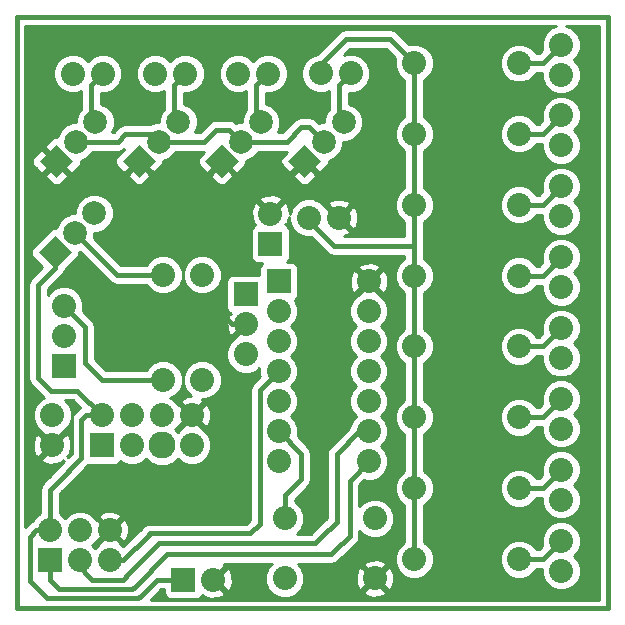
<source format=gbl>
G04 (created by PCBNEW-RS274X (2010-12-18 BZR 2669)-stable) date 2011-02-06T23:53:48 CET*
G01*
G70*
G90*
%MOIN*%
G04 Gerber Fmt 3.4, Leading zero omitted, Abs format*
%FSLAX34Y34*%
G04 APERTURE LIST*
%ADD10C,0.006000*%
%ADD11C,0.015000*%
%ADD12R,0.080000X0.080000*%
%ADD13C,0.080000*%
%ADD14C,0.090000*%
%ADD15C,0.078700*%
%ADD16C,0.016000*%
%ADD17C,0.010000*%
G04 APERTURE END LIST*
G54D10*
G54D11*
X10335Y-27756D02*
X30020Y-27756D01*
X10335Y-08071D02*
X10335Y-27756D01*
X30020Y-08071D02*
X10335Y-08071D01*
X30020Y-27756D02*
X30020Y-08071D01*
G54D12*
X17953Y-17307D03*
G54D13*
X17953Y-18307D03*
X17953Y-19307D03*
X22258Y-24776D03*
X22258Y-26776D03*
X19258Y-24776D03*
X19258Y-26776D03*
X17699Y-09944D03*
X18699Y-09944D03*
X20457Y-09943D03*
X21457Y-09943D03*
X14945Y-09944D03*
X15945Y-09944D03*
X12189Y-09945D03*
X13189Y-09945D03*
G54D12*
X15878Y-26811D03*
G54D13*
X16878Y-26811D03*
X28475Y-25515D03*
X28475Y-26515D03*
X28474Y-23151D03*
X28474Y-24151D03*
X28473Y-20791D03*
X28473Y-21791D03*
X28474Y-18428D03*
X28474Y-19428D03*
X28475Y-16064D03*
X28475Y-17064D03*
X28474Y-13705D03*
X28474Y-14705D03*
X28472Y-11341D03*
X28472Y-12341D03*
X28474Y-08980D03*
X28474Y-09980D03*
X20061Y-14752D03*
X21061Y-14752D03*
G54D12*
X13156Y-22341D03*
G54D13*
X13156Y-21341D03*
X14156Y-22341D03*
X14156Y-21341D03*
G54D14*
X15156Y-22341D03*
G54D13*
X15156Y-21341D03*
X16156Y-22341D03*
X16156Y-21341D03*
G54D12*
X11424Y-26170D03*
G54D13*
X11424Y-25170D03*
X12424Y-26170D03*
X12424Y-25170D03*
X13424Y-26170D03*
X13424Y-25170D03*
G54D12*
X11895Y-19691D03*
G54D13*
X11895Y-18691D03*
X11895Y-17691D03*
G54D12*
X19060Y-16875D03*
G54D13*
X19060Y-17875D03*
X19060Y-18875D03*
X19060Y-19875D03*
X19060Y-20875D03*
X19060Y-21875D03*
X19060Y-22875D03*
X22060Y-22875D03*
X22060Y-21875D03*
X22060Y-20875D03*
X22060Y-19875D03*
X22060Y-18875D03*
X22060Y-17875D03*
X22060Y-16875D03*
X11499Y-21339D03*
X11499Y-22339D03*
G54D10*
G36*
X11608Y-15347D02*
X12164Y-15903D01*
X11608Y-16459D01*
X11052Y-15903D01*
X11608Y-15347D01*
X11608Y-15347D01*
G37*
G54D15*
X12258Y-15253D03*
X12908Y-14603D03*
G54D10*
G36*
X11647Y-12314D02*
X12203Y-12870D01*
X11647Y-13426D01*
X11091Y-12870D01*
X11647Y-12314D01*
X11647Y-12314D01*
G37*
G54D15*
X12297Y-12220D03*
X12947Y-11570D03*
G54D10*
G36*
X14405Y-12312D02*
X14961Y-12868D01*
X14405Y-13424D01*
X13849Y-12868D01*
X14405Y-12312D01*
X14405Y-12312D01*
G37*
G54D15*
X15055Y-12218D03*
X15705Y-11568D03*
G54D10*
G36*
X17158Y-12313D02*
X17714Y-12869D01*
X17158Y-13425D01*
X16602Y-12869D01*
X17158Y-12313D01*
X17158Y-12313D01*
G37*
G54D15*
X17808Y-12219D03*
X18458Y-11569D03*
G54D10*
G36*
X19915Y-12312D02*
X20471Y-12868D01*
X19915Y-13424D01*
X19359Y-12868D01*
X19915Y-12312D01*
X19915Y-12312D01*
G37*
G54D15*
X20565Y-12218D03*
X21215Y-11568D03*
G54D12*
X18780Y-15622D03*
G54D13*
X18780Y-14614D03*
X15200Y-20150D03*
X15200Y-16650D03*
X23574Y-09594D03*
X27074Y-09594D03*
X23574Y-11955D03*
X27074Y-11955D03*
X23575Y-14318D03*
X27075Y-14318D03*
X23576Y-16681D03*
X27076Y-16681D03*
X23575Y-19042D03*
X27075Y-19042D03*
X23573Y-21406D03*
X27073Y-21406D03*
X23573Y-23766D03*
X27073Y-23766D03*
X23575Y-26130D03*
X27075Y-26130D03*
X16500Y-20150D03*
X16500Y-16650D03*
G54D16*
X17953Y-18307D02*
X17507Y-18307D01*
X17507Y-18307D02*
X17200Y-18000D01*
X11732Y-27126D02*
X14173Y-27126D01*
X21417Y-23518D02*
X22060Y-22875D01*
X15335Y-25964D02*
X20807Y-25964D01*
X14173Y-27126D02*
X14249Y-27050D01*
X20807Y-25964D02*
X20905Y-25866D01*
X21417Y-25354D02*
X21417Y-23518D01*
X14249Y-27050D02*
X15335Y-25964D01*
X20905Y-25866D02*
X21417Y-25354D01*
X11424Y-26170D02*
X11424Y-26818D01*
X11424Y-26818D02*
X11656Y-27050D01*
X11656Y-27050D02*
X11732Y-27126D01*
X15200Y-16650D02*
X13655Y-16650D01*
X13655Y-16650D02*
X12258Y-15253D01*
X11895Y-17691D02*
X12600Y-18396D01*
X12600Y-18396D02*
X12600Y-19600D01*
X12600Y-19600D02*
X13150Y-20150D01*
X13150Y-20150D02*
X15200Y-20150D01*
X15200Y-20150D02*
X13150Y-20150D01*
X12600Y-19600D02*
X12600Y-18396D01*
X13150Y-20150D02*
X12600Y-19600D01*
X12794Y-10340D02*
X13189Y-09945D01*
X12794Y-11733D02*
X12794Y-10340D01*
X15552Y-11731D02*
X15552Y-10337D01*
X15552Y-10337D02*
X15945Y-09944D01*
X27075Y-14318D02*
X27861Y-14318D01*
X27861Y-14318D02*
X28474Y-13705D01*
X27076Y-16681D02*
X27858Y-16681D01*
X27858Y-16681D02*
X28475Y-16064D01*
X27073Y-21406D02*
X27858Y-21406D01*
X27858Y-21406D02*
X28473Y-20791D01*
X27073Y-23766D02*
X27859Y-23766D01*
X27859Y-23766D02*
X28474Y-23151D01*
X27075Y-26130D02*
X27860Y-26130D01*
X27860Y-26130D02*
X28475Y-25515D01*
X27074Y-11955D02*
X27858Y-11955D01*
X27858Y-11955D02*
X28472Y-11341D01*
X27074Y-09594D02*
X27860Y-09594D01*
X27860Y-09594D02*
X28474Y-08980D01*
X27075Y-19042D02*
X27860Y-19042D01*
X27860Y-19042D02*
X28474Y-18428D01*
X18305Y-10338D02*
X18699Y-09944D01*
X18305Y-11732D02*
X18305Y-10338D01*
X21062Y-10338D02*
X21457Y-09943D01*
X21062Y-11731D02*
X21062Y-10338D01*
X19258Y-24009D02*
X19803Y-23464D01*
X19803Y-22618D02*
X19060Y-21875D01*
X19803Y-23464D02*
X19803Y-22618D01*
X19258Y-24776D02*
X19258Y-24009D01*
X19804Y-11732D02*
X20079Y-11732D01*
X20079Y-11732D02*
X20565Y-12218D01*
X13685Y-12220D02*
X13936Y-11969D01*
X19317Y-12219D02*
X19804Y-11732D01*
X17808Y-12219D02*
X19317Y-12219D01*
X17400Y-11811D02*
X17808Y-12219D01*
X16968Y-11811D02*
X17400Y-11811D01*
X16561Y-12218D02*
X16968Y-11811D01*
X12297Y-12220D02*
X13685Y-12220D01*
X14806Y-11969D02*
X15055Y-12218D01*
X13936Y-11969D02*
X14806Y-11969D01*
X15055Y-12218D02*
X16561Y-12218D01*
X18425Y-20510D02*
X19060Y-19875D01*
X14686Y-25353D02*
X14763Y-25276D01*
X14686Y-25354D02*
X13870Y-26170D01*
X18425Y-24961D02*
X18425Y-20510D01*
X14763Y-25276D02*
X18110Y-25276D01*
X13870Y-26170D02*
X13424Y-26170D01*
X14686Y-25354D02*
X14686Y-25353D01*
X18110Y-25276D02*
X18425Y-24961D01*
X20256Y-25610D02*
X20472Y-25394D01*
X22060Y-21875D02*
X21747Y-21875D01*
X13956Y-26713D02*
X13858Y-26811D01*
X12835Y-26811D02*
X12737Y-26713D01*
X13957Y-26713D02*
X13956Y-26713D01*
X12424Y-26400D02*
X12424Y-26170D01*
X15060Y-25610D02*
X20256Y-25610D01*
X21747Y-21875D02*
X20984Y-22638D01*
X20984Y-22638D02*
X20984Y-24882D01*
X13977Y-26693D02*
X15060Y-25610D01*
X20984Y-24882D02*
X20472Y-25394D01*
X13957Y-26713D02*
X13977Y-26693D01*
X12737Y-26713D02*
X12424Y-26400D01*
X13858Y-26811D02*
X12835Y-26811D01*
X20061Y-14752D02*
X20061Y-14861D01*
X20900Y-15700D02*
X23576Y-15700D01*
X20061Y-14861D02*
X20900Y-15700D01*
X23575Y-26130D02*
X23575Y-23768D01*
X23575Y-23768D02*
X23573Y-23766D01*
X23573Y-21406D02*
X23573Y-23766D01*
X23573Y-21406D02*
X23573Y-19044D01*
X23573Y-19044D02*
X23575Y-19042D01*
X23576Y-16681D02*
X23576Y-19041D01*
X23576Y-19041D02*
X23575Y-19042D01*
X23576Y-16681D02*
X23576Y-15700D01*
X23576Y-15700D02*
X23576Y-14319D01*
X23576Y-14319D02*
X23575Y-14318D01*
X23574Y-11955D02*
X23574Y-14317D01*
X23574Y-14317D02*
X23575Y-14318D01*
X23574Y-09594D02*
X23574Y-11955D01*
X20457Y-09943D02*
X20457Y-09643D01*
X22780Y-08800D02*
X23574Y-09594D01*
X21300Y-08800D02*
X22780Y-08800D01*
X20457Y-09643D02*
X21300Y-08800D01*
X11608Y-15903D02*
X11608Y-16423D01*
X12327Y-20512D02*
X13156Y-21341D01*
X11457Y-20512D02*
X12327Y-20512D01*
X11024Y-20079D02*
X11457Y-20512D01*
X11024Y-17007D02*
X11024Y-20079D01*
X11608Y-16423D02*
X11024Y-17007D01*
X12480Y-21497D02*
X12636Y-21341D01*
X11424Y-23812D02*
X11424Y-25170D01*
X11614Y-23622D02*
X12480Y-22756D01*
X12480Y-22756D02*
X12480Y-22017D01*
X11614Y-23622D02*
X11424Y-23812D01*
X12636Y-21341D02*
X13156Y-21341D01*
X12480Y-22017D02*
X12480Y-21497D01*
X11339Y-27441D02*
X11260Y-27362D01*
X14370Y-27441D02*
X11339Y-27441D01*
X11103Y-27205D02*
X11260Y-27362D01*
X11103Y-27205D02*
X10748Y-26850D01*
X10748Y-26850D02*
X10748Y-25393D01*
X10748Y-25393D02*
X10971Y-25170D01*
X15000Y-26811D02*
X15878Y-26811D01*
X14449Y-27362D02*
X14370Y-27441D01*
X10971Y-25170D02*
X11424Y-25170D01*
X14449Y-27362D02*
X15000Y-26811D01*
G54D17*
X10610Y-08346D02*
X28308Y-08346D01*
X28639Y-08346D02*
X29745Y-08346D01*
X10610Y-08426D02*
X28115Y-08426D01*
X28832Y-08426D02*
X29745Y-08426D01*
X10610Y-08506D02*
X21156Y-08506D01*
X22923Y-08506D02*
X28030Y-08506D01*
X28918Y-08506D02*
X29745Y-08506D01*
X10610Y-08586D02*
X21048Y-08586D01*
X23032Y-08586D02*
X27950Y-08586D01*
X28998Y-08586D02*
X29745Y-08586D01*
X10610Y-08666D02*
X20968Y-08666D01*
X23112Y-08666D02*
X27901Y-08666D01*
X29046Y-08666D02*
X29745Y-08666D01*
X10610Y-08746D02*
X20888Y-08746D01*
X23192Y-08746D02*
X27868Y-08746D01*
X29079Y-08746D02*
X29745Y-08746D01*
X10610Y-08826D02*
X20808Y-08826D01*
X23272Y-08826D02*
X27835Y-08826D01*
X29112Y-08826D02*
X29745Y-08826D01*
X10610Y-08906D02*
X20728Y-08906D01*
X23352Y-08906D02*
X27825Y-08906D01*
X29123Y-08906D02*
X29745Y-08906D01*
X10610Y-08986D02*
X20648Y-08986D01*
X23801Y-08986D02*
X26846Y-08986D01*
X27301Y-08986D02*
X27825Y-08986D01*
X29123Y-08986D02*
X29745Y-08986D01*
X10610Y-09066D02*
X20568Y-09066D01*
X23964Y-09066D02*
X26684Y-09066D01*
X27464Y-09066D02*
X27825Y-09066D01*
X29123Y-09066D02*
X29745Y-09066D01*
X10610Y-09146D02*
X20488Y-09146D01*
X21420Y-09146D02*
X22659Y-09146D01*
X24044Y-09146D02*
X26604Y-09146D01*
X27544Y-09146D02*
X27840Y-09146D01*
X29108Y-09146D02*
X29745Y-09146D01*
X10610Y-09226D02*
X20408Y-09226D01*
X21340Y-09226D02*
X22739Y-09226D01*
X24124Y-09226D02*
X26524Y-09226D01*
X27624Y-09226D02*
X27760Y-09226D01*
X29075Y-09226D02*
X29745Y-09226D01*
X10610Y-09306D02*
X12035Y-09306D01*
X12342Y-09306D02*
X13035Y-09306D01*
X13342Y-09306D02*
X14789Y-09306D01*
X15100Y-09306D02*
X15789Y-09306D01*
X16100Y-09306D02*
X17543Y-09306D01*
X17854Y-09306D02*
X18543Y-09306D01*
X18854Y-09306D02*
X20299Y-09306D01*
X21260Y-09306D02*
X21298Y-09306D01*
X21614Y-09306D02*
X22819Y-09306D01*
X24157Y-09306D02*
X26490Y-09306D01*
X29042Y-09306D02*
X29745Y-09306D01*
X10610Y-09386D02*
X11842Y-09386D01*
X12535Y-09386D02*
X12842Y-09386D01*
X13535Y-09386D02*
X14596Y-09386D01*
X15293Y-09386D02*
X15596Y-09386D01*
X16293Y-09386D02*
X17350Y-09386D01*
X18047Y-09386D02*
X18350Y-09386D01*
X19047Y-09386D02*
X20105Y-09386D01*
X21808Y-09386D02*
X22899Y-09386D01*
X24190Y-09386D02*
X26457Y-09386D01*
X28986Y-09386D02*
X29745Y-09386D01*
X10610Y-09466D02*
X11750Y-09466D01*
X12628Y-09466D02*
X12750Y-09466D01*
X13628Y-09466D02*
X14505Y-09466D01*
X15385Y-09466D02*
X15505Y-09466D01*
X16385Y-09466D02*
X17259Y-09466D01*
X18139Y-09466D02*
X18259Y-09466D01*
X19139Y-09466D02*
X20016Y-09466D01*
X21898Y-09466D02*
X22925Y-09466D01*
X24223Y-09466D02*
X26425Y-09466D01*
X28906Y-09466D02*
X29745Y-09466D01*
X10610Y-09546D02*
X11670Y-09546D01*
X13708Y-09546D02*
X14425Y-09546D01*
X16465Y-09546D02*
X17179Y-09546D01*
X19219Y-09546D02*
X19936Y-09546D01*
X21978Y-09546D02*
X22925Y-09546D01*
X24223Y-09546D02*
X26425Y-09546D01*
X28958Y-09546D02*
X29745Y-09546D01*
X10610Y-09626D02*
X11618Y-09626D01*
X13759Y-09626D02*
X14374Y-09626D01*
X16515Y-09626D02*
X17128Y-09626D01*
X19269Y-09626D02*
X19885Y-09626D01*
X22028Y-09626D02*
X22925Y-09626D01*
X24223Y-09626D02*
X26425Y-09626D01*
X29029Y-09626D02*
X29745Y-09626D01*
X10610Y-09706D02*
X11585Y-09706D01*
X13792Y-09706D02*
X14341Y-09706D01*
X16548Y-09706D02*
X17095Y-09706D01*
X19302Y-09706D02*
X19852Y-09706D01*
X22061Y-09706D02*
X22925Y-09706D01*
X24223Y-09706D02*
X26425Y-09706D01*
X29062Y-09706D02*
X29745Y-09706D01*
X10610Y-09786D02*
X11552Y-09786D01*
X13825Y-09786D02*
X14308Y-09786D01*
X16581Y-09786D02*
X17062Y-09786D01*
X19335Y-09786D02*
X19819Y-09786D01*
X22094Y-09786D02*
X22952Y-09786D01*
X24197Y-09786D02*
X26452Y-09786D01*
X29096Y-09786D02*
X29745Y-09786D01*
X10610Y-09866D02*
X11540Y-09866D01*
X13838Y-09866D02*
X14296Y-09866D01*
X16594Y-09866D02*
X17050Y-09866D01*
X19348Y-09866D02*
X19808Y-09866D01*
X22106Y-09866D02*
X22985Y-09866D01*
X24164Y-09866D02*
X26485Y-09866D01*
X29123Y-09866D02*
X29745Y-09866D01*
X10610Y-09946D02*
X11540Y-09946D01*
X13838Y-09946D02*
X14296Y-09946D01*
X16594Y-09946D02*
X17050Y-09946D01*
X19348Y-09946D02*
X19808Y-09946D01*
X22106Y-09946D02*
X23018Y-09946D01*
X24131Y-09946D02*
X26518Y-09946D01*
X27631Y-09946D02*
X27825Y-09946D01*
X29123Y-09946D02*
X29745Y-09946D01*
X10610Y-10026D02*
X11540Y-10026D01*
X13838Y-10026D02*
X14296Y-10026D01*
X16594Y-10026D02*
X17050Y-10026D01*
X19348Y-10026D02*
X19808Y-10026D01*
X22106Y-10026D02*
X23088Y-10026D01*
X24060Y-10026D02*
X26588Y-10026D01*
X27560Y-10026D02*
X27825Y-10026D01*
X29123Y-10026D02*
X29745Y-10026D01*
X10610Y-10106D02*
X11554Y-10106D01*
X13825Y-10106D02*
X14310Y-10106D01*
X16581Y-10106D02*
X17064Y-10106D01*
X19335Y-10106D02*
X19823Y-10106D01*
X22092Y-10106D02*
X23168Y-10106D01*
X23980Y-10106D02*
X26668Y-10106D01*
X27480Y-10106D02*
X27825Y-10106D01*
X29123Y-10106D02*
X29745Y-10106D01*
X10610Y-10186D02*
X11587Y-10186D01*
X13792Y-10186D02*
X14343Y-10186D01*
X16548Y-10186D02*
X17097Y-10186D01*
X19302Y-10186D02*
X19856Y-10186D01*
X22059Y-10186D02*
X23244Y-10186D01*
X23904Y-10186D02*
X26808Y-10186D01*
X27341Y-10186D02*
X27857Y-10186D01*
X29092Y-10186D02*
X29745Y-10186D01*
X10610Y-10266D02*
X11620Y-10266D01*
X13759Y-10266D02*
X14376Y-10266D01*
X16515Y-10266D02*
X17130Y-10266D01*
X19269Y-10266D02*
X19889Y-10266D01*
X22026Y-10266D02*
X23244Y-10266D01*
X23904Y-10266D02*
X27891Y-10266D01*
X29058Y-10266D02*
X29745Y-10266D01*
X10610Y-10346D02*
X11672Y-10346D01*
X13706Y-10346D02*
X14429Y-10346D01*
X16461Y-10346D02*
X17183Y-10346D01*
X19215Y-10346D02*
X19942Y-10346D01*
X21972Y-10346D02*
X23244Y-10346D01*
X23904Y-10346D02*
X27924Y-10346D01*
X29025Y-10346D02*
X29745Y-10346D01*
X10610Y-10426D02*
X11752Y-10426D01*
X13626Y-10426D02*
X14509Y-10426D01*
X16381Y-10426D02*
X17263Y-10426D01*
X19135Y-10426D02*
X20022Y-10426D01*
X21892Y-10426D02*
X23244Y-10426D01*
X23904Y-10426D02*
X28002Y-10426D01*
X28946Y-10426D02*
X29745Y-10426D01*
X10610Y-10506D02*
X11848Y-10506D01*
X13531Y-10506D02*
X14606Y-10506D01*
X16285Y-10506D02*
X17360Y-10506D01*
X19039Y-10506D02*
X20121Y-10506D01*
X21794Y-10506D02*
X23244Y-10506D01*
X23904Y-10506D02*
X28082Y-10506D01*
X28866Y-10506D02*
X29745Y-10506D01*
X10610Y-10586D02*
X12041Y-10586D01*
X12338Y-10586D02*
X12464Y-10586D01*
X13338Y-10586D02*
X14800Y-10586D01*
X15091Y-10586D02*
X15222Y-10586D01*
X16091Y-10586D02*
X17554Y-10586D01*
X17845Y-10586D02*
X17975Y-10586D01*
X18845Y-10586D02*
X20314Y-10586D01*
X20601Y-10586D02*
X20732Y-10586D01*
X21601Y-10586D02*
X23244Y-10586D01*
X23904Y-10586D02*
X28242Y-10586D01*
X28707Y-10586D02*
X29745Y-10586D01*
X10610Y-10666D02*
X12464Y-10666D01*
X13124Y-10666D02*
X15222Y-10666D01*
X15882Y-10666D02*
X17975Y-10666D01*
X18635Y-10666D02*
X20732Y-10666D01*
X21392Y-10666D02*
X23244Y-10666D01*
X23904Y-10666D02*
X29745Y-10666D01*
X10610Y-10746D02*
X12464Y-10746D01*
X13124Y-10746D02*
X15222Y-10746D01*
X15882Y-10746D02*
X17975Y-10746D01*
X18635Y-10746D02*
X20732Y-10746D01*
X21392Y-10746D02*
X23244Y-10746D01*
X23904Y-10746D02*
X28212Y-10746D01*
X28731Y-10746D02*
X29745Y-10746D01*
X10610Y-10826D02*
X12464Y-10826D01*
X13124Y-10826D02*
X15222Y-10826D01*
X15882Y-10826D02*
X17975Y-10826D01*
X18635Y-10826D02*
X20732Y-10826D01*
X21392Y-10826D02*
X23244Y-10826D01*
X23904Y-10826D02*
X28069Y-10826D01*
X28875Y-10826D02*
X29745Y-10826D01*
X10610Y-10906D02*
X12464Y-10906D01*
X13124Y-10906D02*
X15222Y-10906D01*
X15882Y-10906D02*
X17975Y-10906D01*
X18635Y-10906D02*
X20732Y-10906D01*
X21392Y-10906D02*
X23244Y-10906D01*
X23904Y-10906D02*
X27989Y-10906D01*
X28955Y-10906D02*
X29745Y-10906D01*
X10610Y-10986D02*
X12464Y-10986D01*
X13216Y-10986D02*
X15222Y-10986D01*
X15979Y-10986D02*
X17975Y-10986D01*
X18730Y-10986D02*
X20732Y-10986D01*
X21489Y-10986D02*
X23244Y-10986D01*
X23904Y-10986D02*
X27916Y-10986D01*
X29027Y-10986D02*
X29745Y-10986D01*
X10610Y-11066D02*
X12464Y-11066D01*
X13351Y-11066D02*
X15222Y-11066D01*
X16111Y-11066D02*
X17975Y-11066D01*
X18863Y-11066D02*
X20732Y-11066D01*
X21621Y-11066D02*
X23244Y-11066D01*
X23904Y-11066D02*
X27883Y-11066D01*
X29060Y-11066D02*
X29745Y-11066D01*
X10610Y-11146D02*
X12462Y-11146D01*
X13431Y-11146D02*
X15218Y-11146D01*
X16191Y-11146D02*
X17972Y-11146D01*
X18943Y-11146D02*
X20728Y-11146D01*
X21701Y-11146D02*
X23244Y-11146D01*
X23904Y-11146D02*
X27850Y-11146D01*
X29093Y-11146D02*
X29745Y-11146D01*
X10610Y-11226D02*
X12394Y-11226D01*
X13499Y-11226D02*
X15151Y-11226D01*
X16258Y-11226D02*
X17904Y-11226D01*
X19011Y-11226D02*
X20661Y-11226D01*
X21768Y-11226D02*
X23244Y-11226D01*
X23904Y-11226D02*
X27823Y-11226D01*
X29121Y-11226D02*
X29745Y-11226D01*
X10610Y-11306D02*
X12360Y-11306D01*
X13533Y-11306D02*
X15117Y-11306D01*
X16291Y-11306D02*
X17871Y-11306D01*
X19044Y-11306D02*
X20627Y-11306D01*
X21801Y-11306D02*
X23244Y-11306D01*
X23904Y-11306D02*
X26945Y-11306D01*
X27203Y-11306D02*
X27823Y-11306D01*
X29121Y-11306D02*
X29745Y-11306D01*
X10610Y-11386D02*
X12327Y-11386D01*
X13566Y-11386D02*
X15084Y-11386D01*
X16325Y-11386D02*
X17837Y-11386D01*
X19077Y-11386D02*
X20594Y-11386D01*
X21835Y-11386D02*
X23244Y-11386D01*
X23904Y-11386D02*
X26751Y-11386D01*
X27396Y-11386D02*
X27823Y-11386D01*
X29121Y-11386D02*
X29745Y-11386D01*
X10610Y-11466D02*
X12304Y-11466D01*
X13590Y-11466D02*
X15062Y-11466D01*
X16348Y-11466D02*
X17815Y-11466D01*
X19101Y-11466D02*
X19619Y-11466D01*
X20263Y-11466D02*
X20572Y-11466D01*
X21858Y-11466D02*
X23145Y-11466D01*
X24003Y-11466D02*
X26645Y-11466D01*
X27503Y-11466D02*
X27823Y-11466D01*
X29121Y-11466D02*
X29745Y-11466D01*
X10610Y-11546D02*
X12304Y-11546D01*
X13590Y-11546D02*
X15062Y-11546D01*
X16348Y-11546D02*
X16782Y-11546D01*
X17585Y-11546D02*
X17815Y-11546D01*
X19101Y-11546D02*
X19523Y-11546D01*
X20359Y-11546D02*
X20572Y-11546D01*
X21858Y-11546D02*
X23065Y-11546D01*
X24083Y-11546D02*
X26565Y-11546D01*
X27583Y-11546D02*
X27799Y-11546D01*
X29090Y-11546D02*
X29745Y-11546D01*
X10610Y-11626D02*
X12052Y-11626D01*
X13590Y-11626D02*
X14804Y-11626D01*
X16348Y-11626D02*
X16686Y-11626D01*
X19101Y-11626D02*
X19443Y-11626D01*
X21858Y-11626D02*
X23007Y-11626D01*
X24140Y-11626D02*
X26507Y-11626D01*
X29057Y-11626D02*
X29745Y-11626D01*
X10610Y-11706D02*
X11902Y-11706D01*
X13588Y-11706D02*
X13747Y-11706D01*
X16345Y-11706D02*
X16606Y-11706D01*
X19098Y-11706D02*
X19363Y-11706D01*
X21855Y-11706D02*
X22974Y-11706D01*
X24173Y-11706D02*
X26474Y-11706D01*
X29024Y-11706D02*
X29745Y-11706D01*
X10610Y-11786D02*
X11822Y-11786D01*
X13554Y-11786D02*
X13652Y-11786D01*
X16311Y-11786D02*
X16526Y-11786D01*
X19064Y-11786D02*
X19283Y-11786D01*
X21821Y-11786D02*
X22941Y-11786D01*
X24206Y-11786D02*
X26441Y-11786D01*
X28945Y-11786D02*
X29745Y-11786D01*
X10610Y-11866D02*
X11748Y-11866D01*
X13520Y-11866D02*
X13572Y-11866D01*
X16277Y-11866D02*
X16446Y-11866D01*
X19030Y-11866D02*
X19203Y-11866D01*
X21788Y-11866D02*
X22925Y-11866D01*
X24223Y-11866D02*
X26425Y-11866D01*
X28915Y-11866D02*
X29745Y-11866D01*
X10610Y-11946D02*
X11714Y-11946D01*
X21746Y-11946D02*
X22925Y-11946D01*
X24223Y-11946D02*
X26425Y-11946D01*
X28995Y-11946D02*
X29745Y-11946D01*
X10610Y-12026D02*
X11680Y-12026D01*
X21666Y-12026D02*
X22925Y-12026D01*
X24223Y-12026D02*
X26425Y-12026D01*
X29043Y-12026D02*
X29745Y-12026D01*
X10610Y-12106D02*
X11502Y-12106D01*
X21586Y-12106D02*
X22935Y-12106D01*
X24214Y-12106D02*
X26435Y-12106D01*
X29077Y-12106D02*
X29745Y-12106D01*
X10610Y-12186D02*
X11422Y-12186D01*
X21403Y-12186D02*
X22968Y-12186D01*
X24181Y-12186D02*
X26468Y-12186D01*
X29110Y-12186D02*
X29745Y-12186D01*
X10610Y-12266D02*
X11342Y-12266D01*
X21208Y-12266D02*
X23001Y-12266D01*
X24148Y-12266D02*
X26501Y-12266D01*
X29121Y-12266D02*
X29745Y-12266D01*
X10610Y-12346D02*
X11272Y-12346D01*
X21208Y-12346D02*
X23047Y-12346D01*
X24101Y-12346D02*
X26547Y-12346D01*
X27601Y-12346D02*
X27823Y-12346D01*
X29121Y-12346D02*
X29745Y-12346D01*
X10610Y-12426D02*
X11274Y-12426D01*
X21175Y-12426D02*
X23127Y-12426D01*
X24021Y-12426D02*
X26627Y-12426D01*
X27521Y-12426D02*
X27823Y-12426D01*
X29121Y-12426D02*
X29745Y-12426D01*
X10610Y-12506D02*
X11102Y-12506D01*
X11212Y-12506D02*
X11354Y-12506D01*
X13840Y-12506D02*
X13858Y-12506D01*
X21142Y-12506D02*
X23209Y-12506D01*
X23940Y-12506D02*
X26709Y-12506D01*
X27440Y-12506D02*
X27838Y-12506D01*
X29107Y-12506D02*
X29121Y-12506D01*
X29121Y-12506D02*
X29745Y-12506D01*
X10610Y-12586D02*
X11022Y-12586D01*
X11292Y-12586D02*
X11434Y-12586D01*
X12840Y-12586D02*
X13778Y-12586D01*
X15596Y-12586D02*
X16531Y-12586D01*
X18350Y-12586D02*
X19287Y-12586D01*
X21106Y-12586D02*
X23244Y-12586D01*
X23904Y-12586D02*
X26902Y-12586D01*
X27247Y-12586D02*
X27872Y-12586D01*
X29073Y-12586D02*
X29121Y-12586D01*
X29121Y-12586D02*
X29745Y-12586D01*
X10610Y-12666D02*
X10942Y-12666D01*
X11372Y-12666D02*
X11514Y-12666D01*
X12760Y-12666D02*
X13698Y-12666D01*
X15516Y-12666D02*
X16452Y-12666D01*
X18270Y-12666D02*
X19208Y-12666D01*
X21026Y-12666D02*
X23244Y-12666D01*
X23904Y-12666D02*
X27905Y-12666D01*
X29040Y-12666D02*
X29121Y-12666D01*
X29121Y-12666D02*
X29745Y-12666D01*
X10610Y-12746D02*
X10872Y-12746D01*
X11452Y-12746D02*
X11594Y-12746D01*
X12680Y-12746D02*
X13630Y-12746D01*
X15436Y-12746D02*
X16383Y-12746D01*
X18190Y-12746D02*
X19140Y-12746D01*
X20946Y-12746D02*
X23244Y-12746D01*
X23904Y-12746D02*
X27959Y-12746D01*
X28985Y-12746D02*
X29121Y-12746D01*
X29121Y-12746D02*
X29745Y-12746D01*
X10610Y-12826D02*
X10842Y-12826D01*
X11532Y-12826D02*
X11674Y-12826D01*
X12513Y-12826D02*
X13600Y-12826D01*
X14376Y-12826D02*
X14434Y-12826D01*
X15266Y-12826D02*
X16353Y-12826D01*
X17130Y-12826D02*
X17186Y-12826D01*
X18022Y-12826D02*
X19110Y-12826D01*
X19886Y-12826D02*
X19944Y-12826D01*
X20776Y-12826D02*
X23244Y-12826D01*
X23904Y-12826D02*
X28039Y-12826D01*
X28905Y-12826D02*
X29121Y-12826D01*
X29121Y-12826D02*
X29745Y-12826D01*
X10610Y-12906D02*
X10842Y-12906D01*
X11540Y-12906D02*
X11576Y-12906D01*
X11576Y-12906D02*
X11754Y-12906D01*
X12452Y-12906D02*
X13600Y-12906D01*
X14296Y-12906D02*
X14514Y-12906D01*
X15210Y-12906D02*
X16353Y-12906D01*
X17050Y-12906D02*
X17266Y-12906D01*
X17963Y-12906D02*
X19110Y-12906D01*
X19806Y-12906D02*
X20024Y-12906D01*
X20720Y-12906D02*
X23244Y-12906D01*
X23904Y-12906D02*
X28141Y-12906D01*
X28804Y-12906D02*
X29121Y-12906D01*
X29121Y-12906D02*
X29745Y-12906D01*
X10610Y-12986D02*
X10870Y-12986D01*
X11460Y-12986D02*
X11576Y-12986D01*
X11576Y-12986D02*
X11602Y-12986D01*
X11692Y-12986D02*
X11834Y-12986D01*
X12425Y-12986D02*
X13629Y-12986D01*
X14216Y-12986D02*
X14358Y-12986D01*
X14452Y-12986D02*
X14594Y-12986D01*
X15182Y-12986D02*
X16382Y-12986D01*
X16970Y-12986D02*
X17112Y-12986D01*
X17204Y-12986D02*
X17346Y-12986D01*
X17935Y-12986D02*
X19139Y-12986D01*
X19726Y-12986D02*
X19868Y-12986D01*
X19962Y-12986D02*
X20104Y-12986D01*
X20692Y-12986D02*
X23244Y-12986D01*
X23904Y-12986D02*
X28334Y-12986D01*
X28611Y-12986D02*
X29121Y-12986D01*
X29121Y-12986D02*
X29745Y-12986D01*
X10610Y-13066D02*
X10935Y-13066D01*
X11380Y-13066D02*
X11522Y-13066D01*
X11772Y-13066D02*
X11914Y-13066D01*
X12360Y-13066D02*
X13695Y-13066D01*
X14136Y-13066D02*
X14278Y-13066D01*
X14532Y-13066D02*
X14674Y-13066D01*
X15116Y-13066D02*
X16447Y-13066D01*
X16890Y-13066D02*
X17032Y-13066D01*
X17284Y-13066D02*
X17426Y-13066D01*
X17870Y-13066D02*
X19205Y-13066D01*
X19646Y-13066D02*
X19788Y-13066D01*
X20042Y-13066D02*
X20184Y-13066D01*
X20626Y-13066D02*
X23244Y-13066D01*
X23904Y-13066D02*
X28320Y-13066D01*
X28627Y-13066D02*
X29121Y-13066D01*
X29121Y-13066D02*
X29745Y-13066D01*
X10610Y-13146D02*
X11015Y-13146D01*
X11300Y-13146D02*
X11442Y-13146D01*
X11852Y-13146D02*
X11994Y-13146D01*
X12280Y-13146D02*
X13775Y-13146D01*
X14056Y-13146D02*
X14198Y-13146D01*
X14612Y-13146D02*
X14754Y-13146D01*
X15036Y-13146D02*
X16527Y-13146D01*
X16810Y-13146D02*
X16952Y-13146D01*
X17364Y-13146D02*
X17506Y-13146D01*
X17790Y-13146D02*
X19285Y-13146D01*
X19566Y-13146D02*
X19708Y-13146D01*
X20122Y-13146D02*
X20264Y-13146D01*
X20546Y-13146D02*
X23244Y-13146D01*
X23904Y-13146D02*
X28127Y-13146D01*
X28820Y-13146D02*
X29121Y-13146D01*
X29121Y-13146D02*
X29745Y-13146D01*
X10610Y-13226D02*
X11095Y-13226D01*
X11220Y-13226D02*
X11362Y-13226D01*
X11932Y-13226D02*
X12074Y-13226D01*
X12200Y-13226D02*
X13855Y-13226D01*
X13976Y-13226D02*
X14118Y-13226D01*
X14692Y-13226D02*
X14834Y-13226D01*
X14956Y-13226D02*
X16607Y-13226D01*
X16730Y-13226D02*
X16872Y-13226D01*
X17444Y-13226D02*
X17586Y-13226D01*
X17710Y-13226D02*
X19365Y-13226D01*
X19486Y-13226D02*
X19628Y-13226D01*
X20202Y-13226D02*
X20344Y-13226D01*
X20466Y-13226D02*
X23244Y-13226D01*
X23904Y-13226D02*
X28035Y-13226D01*
X28913Y-13226D02*
X29121Y-13226D01*
X29121Y-13226D02*
X29745Y-13226D01*
X10610Y-13306D02*
X11282Y-13306D01*
X12012Y-13306D02*
X14038Y-13306D01*
X14772Y-13306D02*
X16792Y-13306D01*
X17524Y-13306D02*
X19548Y-13306D01*
X20282Y-13306D02*
X23244Y-13306D01*
X23904Y-13306D02*
X27955Y-13306D01*
X28993Y-13306D02*
X29121Y-13306D01*
X29121Y-13306D02*
X29745Y-13306D01*
X10610Y-13386D02*
X11272Y-13386D01*
X12022Y-13386D02*
X14030Y-13386D01*
X14780Y-13386D02*
X16783Y-13386D01*
X17533Y-13386D02*
X19540Y-13386D01*
X20290Y-13386D02*
X23244Y-13386D01*
X23904Y-13386D02*
X27903Y-13386D01*
X29044Y-13386D02*
X29121Y-13386D01*
X29121Y-13386D02*
X29745Y-13386D01*
X10610Y-13466D02*
X11335Y-13466D01*
X11960Y-13466D02*
X12022Y-13466D01*
X12022Y-13466D02*
X14095Y-13466D01*
X14716Y-13466D02*
X14780Y-13466D01*
X14780Y-13466D02*
X16847Y-13466D01*
X17470Y-13466D02*
X17533Y-13466D01*
X17533Y-13466D02*
X19605Y-13466D01*
X20226Y-13466D02*
X20290Y-13466D01*
X20290Y-13466D02*
X23244Y-13466D01*
X23904Y-13466D02*
X27870Y-13466D01*
X29077Y-13466D02*
X29121Y-13466D01*
X29121Y-13466D02*
X29745Y-13466D01*
X10610Y-13546D02*
X11415Y-13546D01*
X11880Y-13546D02*
X12022Y-13546D01*
X12022Y-13546D02*
X14175Y-13546D01*
X14636Y-13546D02*
X14780Y-13546D01*
X14780Y-13546D02*
X16927Y-13546D01*
X17390Y-13546D02*
X17533Y-13546D01*
X17533Y-13546D02*
X19685Y-13546D01*
X20146Y-13546D02*
X20290Y-13546D01*
X20290Y-13546D02*
X23244Y-13546D01*
X23904Y-13546D02*
X27837Y-13546D01*
X29110Y-13546D02*
X29121Y-13546D01*
X29121Y-13546D02*
X29745Y-13546D01*
X10610Y-13626D02*
X11495Y-13626D01*
X11800Y-13626D02*
X12022Y-13626D01*
X12022Y-13626D02*
X14255Y-13626D01*
X14556Y-13626D02*
X14780Y-13626D01*
X14780Y-13626D02*
X17007Y-13626D01*
X17310Y-13626D02*
X17533Y-13626D01*
X17533Y-13626D02*
X19765Y-13626D01*
X20066Y-13626D02*
X20290Y-13626D01*
X20290Y-13626D02*
X23244Y-13626D01*
X23904Y-13626D02*
X27825Y-13626D01*
X29123Y-13626D02*
X29745Y-13626D01*
X10610Y-13706D02*
X12022Y-13706D01*
X12022Y-13706D02*
X14780Y-13706D01*
X14780Y-13706D02*
X17533Y-13706D01*
X17533Y-13706D02*
X20290Y-13706D01*
X20290Y-13706D02*
X23244Y-13706D01*
X23904Y-13706D02*
X26856Y-13706D01*
X27293Y-13706D02*
X27825Y-13706D01*
X29123Y-13706D02*
X29745Y-13706D01*
X10610Y-13786D02*
X12022Y-13786D01*
X12022Y-13786D02*
X14780Y-13786D01*
X14780Y-13786D02*
X17533Y-13786D01*
X17533Y-13786D02*
X20290Y-13786D01*
X20290Y-13786D02*
X23189Y-13786D01*
X23961Y-13786D02*
X26689Y-13786D01*
X27461Y-13786D02*
X27825Y-13786D01*
X29123Y-13786D02*
X29745Y-13786D01*
X10610Y-13866D02*
X12022Y-13866D01*
X12022Y-13866D02*
X14780Y-13866D01*
X14780Y-13866D02*
X17533Y-13866D01*
X17533Y-13866D02*
X20290Y-13866D01*
X20290Y-13866D02*
X23109Y-13866D01*
X24041Y-13866D02*
X26609Y-13866D01*
X27541Y-13866D02*
X27838Y-13866D01*
X29110Y-13866D02*
X29745Y-13866D01*
X10610Y-13946D02*
X12022Y-13946D01*
X12022Y-13946D02*
X14780Y-13946D01*
X14780Y-13946D02*
X17533Y-13946D01*
X17533Y-13946D02*
X20290Y-13946D01*
X20290Y-13946D02*
X23029Y-13946D01*
X24121Y-13946D02*
X26529Y-13946D01*
X27621Y-13946D02*
X27765Y-13946D01*
X29077Y-13946D02*
X29745Y-13946D01*
X10610Y-14026D02*
X12022Y-14026D01*
X12022Y-14026D02*
X12622Y-14026D01*
X13194Y-14026D02*
X14780Y-14026D01*
X14780Y-14026D02*
X17533Y-14026D01*
X17533Y-14026D02*
X18523Y-14026D01*
X19027Y-14026D02*
X20290Y-14026D01*
X20290Y-14026D02*
X22993Y-14026D01*
X24156Y-14026D02*
X26493Y-14026D01*
X29044Y-14026D02*
X29745Y-14026D01*
X10610Y-14106D02*
X12022Y-14106D01*
X12022Y-14106D02*
X12496Y-14106D01*
X13319Y-14106D02*
X14780Y-14106D01*
X14780Y-14106D02*
X17533Y-14106D01*
X17533Y-14106D02*
X18423Y-14106D01*
X19136Y-14106D02*
X19924Y-14106D01*
X20197Y-14106D02*
X20290Y-14106D01*
X20290Y-14106D02*
X22960Y-14106D01*
X24189Y-14106D02*
X26460Y-14106D01*
X28991Y-14106D02*
X29745Y-14106D01*
X10610Y-14186D02*
X12022Y-14186D01*
X12022Y-14186D02*
X12416Y-14186D01*
X13399Y-14186D02*
X14780Y-14186D01*
X14780Y-14186D02*
X17533Y-14186D01*
X17533Y-14186D02*
X18423Y-14186D01*
X19137Y-14186D02*
X19158Y-14186D01*
X19158Y-14186D02*
X19731Y-14186D01*
X20390Y-14186D02*
X20750Y-14186D01*
X21368Y-14186D02*
X22927Y-14186D01*
X24222Y-14186D02*
X26427Y-14186D01*
X28911Y-14186D02*
X29745Y-14186D01*
X10610Y-14266D02*
X12022Y-14266D01*
X12022Y-14266D02*
X12352Y-14266D01*
X13463Y-14266D02*
X14780Y-14266D01*
X14780Y-14266D02*
X17533Y-14266D01*
X17533Y-14266D02*
X18248Y-14266D01*
X18361Y-14266D02*
X18503Y-14266D01*
X19057Y-14266D02*
X19158Y-14266D01*
X19158Y-14266D02*
X19199Y-14266D01*
X19311Y-14266D02*
X19629Y-14266D01*
X20493Y-14266D02*
X20696Y-14266D01*
X21425Y-14266D02*
X22926Y-14266D01*
X24224Y-14266D02*
X26426Y-14266D01*
X28953Y-14266D02*
X29745Y-14266D01*
X10610Y-14346D02*
X12022Y-14346D01*
X12022Y-14346D02*
X12318Y-14346D01*
X13497Y-14346D02*
X14780Y-14346D01*
X14780Y-14346D02*
X17533Y-14346D01*
X17533Y-14346D02*
X18199Y-14346D01*
X18441Y-14346D02*
X18583Y-14346D01*
X18977Y-14346D02*
X19119Y-14346D01*
X19363Y-14346D02*
X19549Y-14346D01*
X20573Y-14346D02*
X20726Y-14346D01*
X21396Y-14346D02*
X21439Y-14346D01*
X21439Y-14346D02*
X22926Y-14346D01*
X24224Y-14346D02*
X26426Y-14346D01*
X29027Y-14346D02*
X29745Y-14346D01*
X10610Y-14426D02*
X12022Y-14426D01*
X12022Y-14426D02*
X12285Y-14426D01*
X13530Y-14426D02*
X14780Y-14426D01*
X14780Y-14426D02*
X17533Y-14426D01*
X17533Y-14426D02*
X18170Y-14426D01*
X18521Y-14426D02*
X18663Y-14426D01*
X18897Y-14426D02*
X19039Y-14426D01*
X19395Y-14426D02*
X19493Y-14426D01*
X20664Y-14426D02*
X20806Y-14426D01*
X21316Y-14426D02*
X21439Y-14426D01*
X21439Y-14426D02*
X21458Y-14426D01*
X21620Y-14426D02*
X22926Y-14426D01*
X24224Y-14426D02*
X26426Y-14426D01*
X29060Y-14426D02*
X29745Y-14426D01*
X10610Y-14506D02*
X12022Y-14506D01*
X12022Y-14506D02*
X12265Y-14506D01*
X13551Y-14506D02*
X14780Y-14506D01*
X14780Y-14506D02*
X17533Y-14506D01*
X17533Y-14506D02*
X18140Y-14506D01*
X18601Y-14506D02*
X18743Y-14506D01*
X18817Y-14506D02*
X18959Y-14506D01*
X19412Y-14506D02*
X19459Y-14506D01*
X20744Y-14506D02*
X20886Y-14506D01*
X21236Y-14506D02*
X21378Y-14506D01*
X21653Y-14506D02*
X22951Y-14506D01*
X24200Y-14506D02*
X26451Y-14506D01*
X29094Y-14506D02*
X29745Y-14506D01*
X10610Y-14586D02*
X12022Y-14586D01*
X12022Y-14586D02*
X12265Y-14586D01*
X13551Y-14586D02*
X14780Y-14586D01*
X14780Y-14586D02*
X17533Y-14586D01*
X17533Y-14586D02*
X18142Y-14586D01*
X18681Y-14586D02*
X18879Y-14586D01*
X19415Y-14586D02*
X19426Y-14586D01*
X20824Y-14586D02*
X20966Y-14586D01*
X21156Y-14586D02*
X21298Y-14586D01*
X21685Y-14586D02*
X22984Y-14586D01*
X24167Y-14586D02*
X26484Y-14586D01*
X29123Y-14586D02*
X29745Y-14586D01*
X10610Y-14666D02*
X11995Y-14666D01*
X13551Y-14666D02*
X14780Y-14666D01*
X14780Y-14666D02*
X17533Y-14666D01*
X17533Y-14666D02*
X18146Y-14666D01*
X18761Y-14666D02*
X18799Y-14666D01*
X20904Y-14666D02*
X21046Y-14666D01*
X21076Y-14666D02*
X21218Y-14666D01*
X21694Y-14666D02*
X23017Y-14666D01*
X24134Y-14666D02*
X26517Y-14666D01*
X27633Y-14666D02*
X27825Y-14666D01*
X29123Y-14666D02*
X29745Y-14666D01*
X10610Y-14746D02*
X11856Y-14746D01*
X13546Y-14746D02*
X14780Y-14746D01*
X14780Y-14746D02*
X17533Y-14746D01*
X17533Y-14746D02*
X18149Y-14746D01*
X19411Y-14746D02*
X19412Y-14746D01*
X20984Y-14746D02*
X21138Y-14746D01*
X21697Y-14746D02*
X23085Y-14746D01*
X24065Y-14746D02*
X26585Y-14746D01*
X27565Y-14746D02*
X27825Y-14746D01*
X29123Y-14746D02*
X29745Y-14746D01*
X10610Y-14826D02*
X11776Y-14826D01*
X13512Y-14826D02*
X14780Y-14826D01*
X14780Y-14826D02*
X17533Y-14826D01*
X17533Y-14826D02*
X18174Y-14826D01*
X19381Y-14826D02*
X19412Y-14826D01*
X21064Y-14826D02*
X21206Y-14826D01*
X21700Y-14826D02*
X23165Y-14826D01*
X23985Y-14826D02*
X26665Y-14826D01*
X27485Y-14826D02*
X27825Y-14826D01*
X29123Y-14826D02*
X29745Y-14826D01*
X10610Y-14906D02*
X11706Y-14906D01*
X13479Y-14906D02*
X14780Y-14906D01*
X14780Y-14906D02*
X17533Y-14906D01*
X17533Y-14906D02*
X18207Y-14906D01*
X19352Y-14906D02*
X19423Y-14906D01*
X21144Y-14906D02*
X21286Y-14906D01*
X21684Y-14906D02*
X21702Y-14906D01*
X21702Y-14906D02*
X23246Y-14906D01*
X23906Y-14906D02*
X26799Y-14906D01*
X27352Y-14906D02*
X27855Y-14906D01*
X29094Y-14906D02*
X29123Y-14906D01*
X29123Y-14906D02*
X29745Y-14906D01*
X10610Y-14986D02*
X11672Y-14986D01*
X13434Y-14986D02*
X14780Y-14986D01*
X14780Y-14986D02*
X17533Y-14986D01*
X17533Y-14986D02*
X18266Y-14986D01*
X19293Y-14986D02*
X19456Y-14986D01*
X21224Y-14986D02*
X21366Y-14986D01*
X21654Y-14986D02*
X21702Y-14986D01*
X21702Y-14986D02*
X23246Y-14986D01*
X23906Y-14986D02*
X27888Y-14986D01*
X29061Y-14986D02*
X29123Y-14986D01*
X29123Y-14986D02*
X29745Y-14986D01*
X10610Y-15066D02*
X11638Y-15066D01*
X13354Y-15066D02*
X14780Y-15066D01*
X14780Y-15066D02*
X17533Y-15066D01*
X17533Y-15066D02*
X18184Y-15066D01*
X19376Y-15066D02*
X19489Y-15066D01*
X21304Y-15066D02*
X21446Y-15066D01*
X21625Y-15066D02*
X21702Y-15066D01*
X21702Y-15066D02*
X23246Y-15066D01*
X23906Y-15066D02*
X27922Y-15066D01*
X29027Y-15066D02*
X29123Y-15066D01*
X29123Y-15066D02*
X29745Y-15066D01*
X10610Y-15146D02*
X11457Y-15146D01*
X13274Y-15146D02*
X14780Y-15146D01*
X14780Y-15146D02*
X17533Y-15146D01*
X17533Y-15146D02*
X18141Y-15146D01*
X19417Y-15146D02*
X19537Y-15146D01*
X21384Y-15146D02*
X21702Y-15146D01*
X21702Y-15146D02*
X23246Y-15146D01*
X23906Y-15146D02*
X27997Y-15146D01*
X28951Y-15146D02*
X29123Y-15146D01*
X29123Y-15146D02*
X29745Y-15146D01*
X10610Y-15226D02*
X11377Y-15226D01*
X13084Y-15226D02*
X14780Y-15226D01*
X14780Y-15226D02*
X17533Y-15226D01*
X17533Y-15226D02*
X18131Y-15226D01*
X19429Y-15226D02*
X19617Y-15226D01*
X21430Y-15226D02*
X21702Y-15226D01*
X21702Y-15226D02*
X23246Y-15226D01*
X23906Y-15226D02*
X28077Y-15226D01*
X28871Y-15226D02*
X29123Y-15226D01*
X29123Y-15226D02*
X29745Y-15226D01*
X10610Y-15306D02*
X11297Y-15306D01*
X12901Y-15306D02*
X14780Y-15306D01*
X14780Y-15306D02*
X17533Y-15306D01*
X17533Y-15306D02*
X18131Y-15306D01*
X19429Y-15306D02*
X19703Y-15306D01*
X21401Y-15306D02*
X21702Y-15306D01*
X21702Y-15306D02*
X23246Y-15306D01*
X23906Y-15306D02*
X28230Y-15306D01*
X28719Y-15306D02*
X29123Y-15306D01*
X29123Y-15306D02*
X29745Y-15306D01*
X10610Y-15386D02*
X11217Y-15386D01*
X12900Y-15386D02*
X14780Y-15386D01*
X14780Y-15386D02*
X17533Y-15386D01*
X17533Y-15386D02*
X18131Y-15386D01*
X19429Y-15386D02*
X19896Y-15386D01*
X23906Y-15386D02*
X29123Y-15386D01*
X29123Y-15386D02*
X29745Y-15386D01*
X10610Y-15466D02*
X11137Y-15466D01*
X12937Y-15466D02*
X14780Y-15466D01*
X14780Y-15466D02*
X17533Y-15466D01*
X17533Y-15466D02*
X18131Y-15466D01*
X19429Y-15466D02*
X20199Y-15466D01*
X23906Y-15466D02*
X28222Y-15466D01*
X28727Y-15466D02*
X29123Y-15466D01*
X29123Y-15466D02*
X29745Y-15466D01*
X10610Y-15546D02*
X11057Y-15546D01*
X13017Y-15546D02*
X14780Y-15546D01*
X14780Y-15546D02*
X17533Y-15546D01*
X17533Y-15546D02*
X18131Y-15546D01*
X19429Y-15546D02*
X20279Y-15546D01*
X23906Y-15546D02*
X28075Y-15546D01*
X28875Y-15546D02*
X29123Y-15546D01*
X29123Y-15546D02*
X29745Y-15546D01*
X10610Y-15626D02*
X10977Y-15626D01*
X13097Y-15626D02*
X14780Y-15626D01*
X14780Y-15626D02*
X17533Y-15626D01*
X17533Y-15626D02*
X18131Y-15626D01*
X19429Y-15626D02*
X20359Y-15626D01*
X23906Y-15626D02*
X27995Y-15626D01*
X28955Y-15626D02*
X29123Y-15626D01*
X29123Y-15626D02*
X29745Y-15626D01*
X10610Y-15706D02*
X10897Y-15706D01*
X13177Y-15706D02*
X14780Y-15706D01*
X14780Y-15706D02*
X17533Y-15706D01*
X17533Y-15706D02*
X18131Y-15706D01*
X19429Y-15706D02*
X20439Y-15706D01*
X23906Y-15706D02*
X27920Y-15706D01*
X29029Y-15706D02*
X29123Y-15706D01*
X29123Y-15706D02*
X29745Y-15706D01*
X10610Y-15786D02*
X10831Y-15786D01*
X13257Y-15786D02*
X14780Y-15786D01*
X14780Y-15786D02*
X17533Y-15786D01*
X17533Y-15786D02*
X18131Y-15786D01*
X19429Y-15786D02*
X20519Y-15786D01*
X23906Y-15786D02*
X27887Y-15786D01*
X29062Y-15786D02*
X29123Y-15786D01*
X29123Y-15786D02*
X29745Y-15786D01*
X10610Y-15866D02*
X10803Y-15866D01*
X13337Y-15866D02*
X14780Y-15866D01*
X14780Y-15866D02*
X17533Y-15866D01*
X17533Y-15866D02*
X18131Y-15866D01*
X19429Y-15866D02*
X20599Y-15866D01*
X23906Y-15866D02*
X27854Y-15866D01*
X29095Y-15866D02*
X29123Y-15866D01*
X29123Y-15866D02*
X29745Y-15866D01*
X10610Y-15946D02*
X10803Y-15946D01*
X12413Y-15946D02*
X12485Y-15946D01*
X13417Y-15946D02*
X14780Y-15946D01*
X14780Y-15946D02*
X17533Y-15946D01*
X17533Y-15946D02*
X18131Y-15946D01*
X19429Y-15946D02*
X20687Y-15946D01*
X23906Y-15946D02*
X27826Y-15946D01*
X29124Y-15946D02*
X29745Y-15946D01*
X10610Y-16026D02*
X10834Y-16026D01*
X12383Y-16026D02*
X12565Y-16026D01*
X13497Y-16026D02*
X14780Y-16026D01*
X14780Y-16026D02*
X15010Y-16026D01*
X15389Y-16026D02*
X16310Y-16026D01*
X16689Y-16026D02*
X17533Y-16026D01*
X17533Y-16026D02*
X18131Y-16026D01*
X19429Y-16026D02*
X20880Y-16026D01*
X23906Y-16026D02*
X27826Y-16026D01*
X29124Y-16026D02*
X29745Y-16026D01*
X10610Y-16106D02*
X10903Y-16106D01*
X12313Y-16106D02*
X12645Y-16106D01*
X13577Y-16106D02*
X14780Y-16106D01*
X14780Y-16106D02*
X14826Y-16106D01*
X15574Y-16106D02*
X16126Y-16106D01*
X16874Y-16106D02*
X17533Y-16106D01*
X17533Y-16106D02*
X18146Y-16106D01*
X19415Y-16106D02*
X23246Y-16106D01*
X23906Y-16106D02*
X26768Y-16106D01*
X27383Y-16106D02*
X27826Y-16106D01*
X29124Y-16106D02*
X29745Y-16106D01*
X10610Y-16186D02*
X10983Y-16186D01*
X12233Y-16186D02*
X12725Y-16186D01*
X13657Y-16186D02*
X14746Y-16186D01*
X15654Y-16186D02*
X16046Y-16186D01*
X16954Y-16186D02*
X17533Y-16186D01*
X17533Y-16186D02*
X18192Y-16186D01*
X19368Y-16186D02*
X23153Y-16186D01*
X23999Y-16186D02*
X26653Y-16186D01*
X27499Y-16186D02*
X27826Y-16186D01*
X29124Y-16186D02*
X29745Y-16186D01*
X10610Y-16266D02*
X11063Y-16266D01*
X12153Y-16266D02*
X12805Y-16266D01*
X13737Y-16266D02*
X14666Y-16266D01*
X15734Y-16266D02*
X15966Y-16266D01*
X17034Y-16266D02*
X17533Y-16266D01*
X17533Y-16266D02*
X18319Y-16266D01*
X19603Y-16266D02*
X21855Y-16266D01*
X22250Y-16266D02*
X23073Y-16266D01*
X24079Y-16266D02*
X26573Y-16266D01*
X27579Y-16266D02*
X27805Y-16266D01*
X29094Y-16266D02*
X29745Y-16266D01*
X10610Y-16346D02*
X11143Y-16346D01*
X12073Y-16346D02*
X12885Y-16346D01*
X15776Y-16346D02*
X15923Y-16346D01*
X17076Y-16346D02*
X17533Y-16346D01*
X17533Y-16346D02*
X18443Y-16346D01*
X19675Y-16346D02*
X21710Y-16346D01*
X22409Y-16346D02*
X23012Y-16346D01*
X24139Y-16346D02*
X26512Y-16346D01*
X27639Y-16346D02*
X27725Y-16346D01*
X29061Y-16346D02*
X29745Y-16346D01*
X10610Y-16426D02*
X11137Y-16426D01*
X11993Y-16426D02*
X12965Y-16426D01*
X15809Y-16426D02*
X15890Y-16426D01*
X17109Y-16426D02*
X17533Y-16426D01*
X17533Y-16426D02*
X18411Y-16426D01*
X19709Y-16426D02*
X21682Y-16426D01*
X22438Y-16426D02*
X22438Y-16426D01*
X22438Y-16426D02*
X22979Y-16426D01*
X24172Y-16426D02*
X26479Y-16426D01*
X29028Y-16426D02*
X29745Y-16426D01*
X10610Y-16506D02*
X11057Y-16506D01*
X11921Y-16506D02*
X13045Y-16506D01*
X15842Y-16506D02*
X15857Y-16506D01*
X17142Y-16506D02*
X17533Y-16506D01*
X17533Y-16506D02*
X18411Y-16506D01*
X19709Y-16506D02*
X21586Y-16506D01*
X21620Y-16506D02*
X21762Y-16506D01*
X22358Y-16506D02*
X22438Y-16506D01*
X22438Y-16506D02*
X22500Y-16506D01*
X22533Y-16506D02*
X22946Y-16506D01*
X24205Y-16506D02*
X26446Y-16506D01*
X28951Y-16506D02*
X29745Y-16506D01*
X10610Y-16586D02*
X10978Y-16586D01*
X11888Y-16586D02*
X13125Y-16586D01*
X15849Y-16586D02*
X15851Y-16586D01*
X17149Y-16586D02*
X17533Y-16586D01*
X17533Y-16586D02*
X18411Y-16586D01*
X19709Y-16586D02*
X21487Y-16586D01*
X21700Y-16586D02*
X21842Y-16586D01*
X22278Y-16586D02*
X22420Y-16586D01*
X22634Y-16586D02*
X22927Y-16586D01*
X24225Y-16586D02*
X26427Y-16586D01*
X28915Y-16586D02*
X29745Y-16586D01*
X10610Y-16666D02*
X10898Y-16666D01*
X11832Y-16666D02*
X13205Y-16666D01*
X15849Y-16666D02*
X15851Y-16666D01*
X17149Y-16666D02*
X17484Y-16666D01*
X19709Y-16666D02*
X21457Y-16666D01*
X21780Y-16666D02*
X21922Y-16666D01*
X22198Y-16666D02*
X22340Y-16666D01*
X22667Y-16666D02*
X22927Y-16666D01*
X24225Y-16666D02*
X26427Y-16666D01*
X28995Y-16666D02*
X29745Y-16666D01*
X10610Y-16746D02*
X10818Y-16746D01*
X11752Y-16746D02*
X13285Y-16746D01*
X15849Y-16746D02*
X15851Y-16746D01*
X17149Y-16746D02*
X17362Y-16746D01*
X19709Y-16746D02*
X21428Y-16746D01*
X21860Y-16746D02*
X22002Y-16746D01*
X22118Y-16746D02*
X22260Y-16746D01*
X22691Y-16746D02*
X22927Y-16746D01*
X24225Y-16746D02*
X26427Y-16746D01*
X29045Y-16746D02*
X29745Y-16746D01*
X10610Y-16826D02*
X10755Y-16826D01*
X11672Y-16826D02*
X13365Y-16826D01*
X15830Y-16826D02*
X15871Y-16826D01*
X17130Y-16826D02*
X17149Y-16826D01*
X17149Y-16826D02*
X17316Y-16826D01*
X19709Y-16826D02*
X21422Y-16826D01*
X21940Y-16826D02*
X22180Y-16826D01*
X22695Y-16826D02*
X22934Y-16826D01*
X24219Y-16826D02*
X26434Y-16826D01*
X29078Y-16826D02*
X29745Y-16826D01*
X10610Y-16906D02*
X10713Y-16906D01*
X11592Y-16906D02*
X13457Y-16906D01*
X15797Y-16906D02*
X15904Y-16906D01*
X17097Y-16906D02*
X17149Y-16906D01*
X17149Y-16906D02*
X17304Y-16906D01*
X19709Y-16906D02*
X21425Y-16906D01*
X21958Y-16906D02*
X21989Y-16906D01*
X21989Y-16906D02*
X22162Y-16906D01*
X22698Y-16906D02*
X22967Y-16906D01*
X24186Y-16906D02*
X26467Y-16906D01*
X29111Y-16906D02*
X29745Y-16906D01*
X10610Y-16986D02*
X10698Y-16986D01*
X11512Y-16986D02*
X14637Y-16986D01*
X15764Y-16986D02*
X15937Y-16986D01*
X17064Y-16986D02*
X17149Y-16986D01*
X17149Y-16986D02*
X17304Y-16986D01*
X19709Y-16986D02*
X21428Y-16986D01*
X21878Y-16986D02*
X21989Y-16986D01*
X21989Y-16986D02*
X22020Y-16986D01*
X22100Y-16986D02*
X22242Y-16986D01*
X22699Y-16986D02*
X22701Y-16986D01*
X22701Y-16986D02*
X23000Y-16986D01*
X24153Y-16986D02*
X26500Y-16986D01*
X29124Y-16986D02*
X29745Y-16986D01*
X10610Y-17066D02*
X10694Y-17066D01*
X11432Y-17066D02*
X11708Y-17066D01*
X12081Y-17066D02*
X14698Y-17066D01*
X15702Y-17066D02*
X15998Y-17066D01*
X17002Y-17066D02*
X17149Y-17066D01*
X17149Y-17066D02*
X17304Y-17066D01*
X19709Y-17066D02*
X21446Y-17066D01*
X21798Y-17066D02*
X21940Y-17066D01*
X22180Y-17066D02*
X22322Y-17066D01*
X22669Y-17066D02*
X22701Y-17066D01*
X22701Y-17066D02*
X23043Y-17066D01*
X24109Y-17066D02*
X26543Y-17066D01*
X27609Y-17066D02*
X27826Y-17066D01*
X29124Y-17066D02*
X29745Y-17066D01*
X10610Y-17146D02*
X10694Y-17146D01*
X11354Y-17146D02*
X11522Y-17146D01*
X12268Y-17146D02*
X14778Y-17146D01*
X15622Y-17146D02*
X16078Y-17146D01*
X16922Y-17146D02*
X17149Y-17146D01*
X17149Y-17146D02*
X17304Y-17146D01*
X19709Y-17146D02*
X21478Y-17146D01*
X21718Y-17146D02*
X21860Y-17146D01*
X22260Y-17146D02*
X22402Y-17146D01*
X22640Y-17146D02*
X22701Y-17146D01*
X22701Y-17146D02*
X23123Y-17146D01*
X24029Y-17146D02*
X26623Y-17146D01*
X27529Y-17146D02*
X27826Y-17146D01*
X29124Y-17146D02*
X29745Y-17146D01*
X10610Y-17226D02*
X10694Y-17226D01*
X11354Y-17226D02*
X11442Y-17226D01*
X12348Y-17226D02*
X14895Y-17226D01*
X15506Y-17226D02*
X16195Y-17226D01*
X16806Y-17226D02*
X17149Y-17226D01*
X17149Y-17226D02*
X17304Y-17226D01*
X19709Y-17226D02*
X21537Y-17226D01*
X21638Y-17226D02*
X21780Y-17226D01*
X22340Y-17226D02*
X22482Y-17226D01*
X22584Y-17226D02*
X22701Y-17226D01*
X22701Y-17226D02*
X23203Y-17226D01*
X23949Y-17226D02*
X26703Y-17226D01*
X27449Y-17226D02*
X27840Y-17226D01*
X29111Y-17226D02*
X29124Y-17226D01*
X29124Y-17226D02*
X29745Y-17226D01*
X10610Y-17306D02*
X10694Y-17306D01*
X11354Y-17306D02*
X11362Y-17306D01*
X12428Y-17306D02*
X17149Y-17306D01*
X17149Y-17306D02*
X17304Y-17306D01*
X19709Y-17306D02*
X21700Y-17306D01*
X22420Y-17306D02*
X22701Y-17306D01*
X22701Y-17306D02*
X23246Y-17306D01*
X23906Y-17306D02*
X26890Y-17306D01*
X27263Y-17306D02*
X27873Y-17306D01*
X29078Y-17306D02*
X29124Y-17306D01*
X29124Y-17306D02*
X29745Y-17306D01*
X10610Y-17386D02*
X10694Y-17386D01*
X12471Y-17386D02*
X17149Y-17386D01*
X17149Y-17386D02*
X17304Y-17386D01*
X19684Y-17386D02*
X21630Y-17386D01*
X22489Y-17386D02*
X22701Y-17386D01*
X22701Y-17386D02*
X23246Y-17386D01*
X23906Y-17386D02*
X27906Y-17386D01*
X29045Y-17386D02*
X29124Y-17386D01*
X29124Y-17386D02*
X29745Y-17386D01*
X10610Y-17466D02*
X10694Y-17466D01*
X12504Y-17466D02*
X17149Y-17466D01*
X17149Y-17466D02*
X17304Y-17466D01*
X19621Y-17466D02*
X21550Y-17466D01*
X22569Y-17466D02*
X22701Y-17466D01*
X22701Y-17466D02*
X23246Y-17466D01*
X23906Y-17466D02*
X27959Y-17466D01*
X28991Y-17466D02*
X29124Y-17466D01*
X29124Y-17466D02*
X29745Y-17466D01*
X10610Y-17546D02*
X10694Y-17546D01*
X12537Y-17546D02*
X17149Y-17546D01*
X17149Y-17546D02*
X17304Y-17546D01*
X19626Y-17546D02*
X21493Y-17546D01*
X22626Y-17546D02*
X22701Y-17546D01*
X22701Y-17546D02*
X23246Y-17546D01*
X23906Y-17546D02*
X28039Y-17546D01*
X28911Y-17546D02*
X29124Y-17546D01*
X29124Y-17546D02*
X29745Y-17546D01*
X10610Y-17626D02*
X10694Y-17626D01*
X12544Y-17626D02*
X17149Y-17626D01*
X17149Y-17626D02*
X17304Y-17626D01*
X19659Y-17626D02*
X21460Y-17626D01*
X22659Y-17626D02*
X22701Y-17626D01*
X22701Y-17626D02*
X23246Y-17626D01*
X23906Y-17626D02*
X28136Y-17626D01*
X28815Y-17626D02*
X29124Y-17626D01*
X29124Y-17626D02*
X29745Y-17626D01*
X10610Y-17706D02*
X10694Y-17706D01*
X12544Y-17706D02*
X17149Y-17706D01*
X17149Y-17706D02*
X17304Y-17706D01*
X19692Y-17706D02*
X21427Y-17706D01*
X22692Y-17706D02*
X22701Y-17706D01*
X22701Y-17706D02*
X23246Y-17706D01*
X23906Y-17706D02*
X28330Y-17706D01*
X28621Y-17706D02*
X29124Y-17706D01*
X29124Y-17706D02*
X29745Y-17706D01*
X10610Y-17786D02*
X10694Y-17786D01*
X12544Y-17786D02*
X17149Y-17786D01*
X17149Y-17786D02*
X17317Y-17786D01*
X19709Y-17786D02*
X21411Y-17786D01*
X22709Y-17786D02*
X23246Y-17786D01*
X23906Y-17786D02*
X28328Y-17786D01*
X28619Y-17786D02*
X29124Y-17786D01*
X29124Y-17786D02*
X29745Y-17786D01*
X10610Y-17866D02*
X10694Y-17866D01*
X12536Y-17866D02*
X17149Y-17866D01*
X17149Y-17866D02*
X17360Y-17866D01*
X19709Y-17866D02*
X21411Y-17866D01*
X22709Y-17866D02*
X23246Y-17866D01*
X23906Y-17866D02*
X28134Y-17866D01*
X28813Y-17866D02*
X29124Y-17866D01*
X29124Y-17866D02*
X29745Y-17866D01*
X10610Y-17946D02*
X10694Y-17946D01*
X12616Y-17946D02*
X17149Y-17946D01*
X17149Y-17946D02*
X17451Y-17946D01*
X19709Y-17946D02*
X21411Y-17946D01*
X22709Y-17946D02*
X23246Y-17946D01*
X23906Y-17946D02*
X28038Y-17946D01*
X28910Y-17946D02*
X29124Y-17946D01*
X29124Y-17946D02*
X29745Y-17946D01*
X10610Y-18026D02*
X10694Y-18026D01*
X12696Y-18026D02*
X17149Y-18026D01*
X17149Y-18026D02*
X17377Y-18026D01*
X19700Y-18026D02*
X21421Y-18026D01*
X22700Y-18026D02*
X23246Y-18026D01*
X23906Y-18026D02*
X27958Y-18026D01*
X28990Y-18026D02*
X29124Y-18026D01*
X29124Y-18026D02*
X29745Y-18026D01*
X10610Y-18106D02*
X10694Y-18106D01*
X12776Y-18106D02*
X17149Y-18106D01*
X17149Y-18106D02*
X17347Y-18106D01*
X19667Y-18106D02*
X21454Y-18106D01*
X22667Y-18106D02*
X23246Y-18106D01*
X23906Y-18106D02*
X27904Y-18106D01*
X29043Y-18106D02*
X29124Y-18106D01*
X29124Y-18106D02*
X29745Y-18106D01*
X10610Y-18186D02*
X10694Y-18186D01*
X12848Y-18186D02*
X17149Y-18186D01*
X17149Y-18186D02*
X17318Y-18186D01*
X19634Y-18186D02*
X21487Y-18186D01*
X22634Y-18186D02*
X23246Y-18186D01*
X23906Y-18186D02*
X27871Y-18186D01*
X29076Y-18186D02*
X29124Y-18186D01*
X29124Y-18186D02*
X29745Y-18186D01*
X10610Y-18266D02*
X10694Y-18266D01*
X12902Y-18266D02*
X17149Y-18266D01*
X17149Y-18266D02*
X17315Y-18266D01*
X17923Y-18266D02*
X17983Y-18266D01*
X19587Y-18266D02*
X21533Y-18266D01*
X22587Y-18266D02*
X23246Y-18266D01*
X23906Y-18266D02*
X27838Y-18266D01*
X29109Y-18266D02*
X29124Y-18266D01*
X29124Y-18266D02*
X29745Y-18266D01*
X10610Y-18346D02*
X10694Y-18346D01*
X12919Y-18346D02*
X17149Y-18346D01*
X17149Y-18346D02*
X17318Y-18346D01*
X17843Y-18346D02*
X17985Y-18346D01*
X19507Y-18346D02*
X21613Y-18346D01*
X22507Y-18346D02*
X23246Y-18346D01*
X23906Y-18346D02*
X27825Y-18346D01*
X29123Y-18346D02*
X29124Y-18346D01*
X29124Y-18346D02*
X29745Y-18346D01*
X10610Y-18426D02*
X10694Y-18426D01*
X12930Y-18426D02*
X17149Y-18426D01*
X17149Y-18426D02*
X17321Y-18426D01*
X17763Y-18426D02*
X17905Y-18426D01*
X19529Y-18426D02*
X21591Y-18426D01*
X22529Y-18426D02*
X23246Y-18426D01*
X23906Y-18426D02*
X26866Y-18426D01*
X27283Y-18426D02*
X27825Y-18426D01*
X29123Y-18426D02*
X29124Y-18426D01*
X29124Y-18426D02*
X29745Y-18426D01*
X10610Y-18506D02*
X10694Y-18506D01*
X12930Y-18506D02*
X17149Y-18506D01*
X17149Y-18506D02*
X17342Y-18506D01*
X17683Y-18506D02*
X17825Y-18506D01*
X19609Y-18506D02*
X21511Y-18506D01*
X22609Y-18506D02*
X23193Y-18506D01*
X23957Y-18506D02*
X26693Y-18506D01*
X27457Y-18506D02*
X27825Y-18506D01*
X29123Y-18506D02*
X29124Y-18506D01*
X29124Y-18506D02*
X29745Y-18506D01*
X10610Y-18586D02*
X10694Y-18586D01*
X12930Y-18586D02*
X17149Y-18586D01*
X17149Y-18586D02*
X17375Y-18586D01*
X17603Y-18586D02*
X17745Y-18586D01*
X19642Y-18586D02*
X21477Y-18586D01*
X22642Y-18586D02*
X23113Y-18586D01*
X24037Y-18586D02*
X26613Y-18586D01*
X27537Y-18586D02*
X27837Y-18586D01*
X29111Y-18586D02*
X29124Y-18586D01*
X29124Y-18586D02*
X29745Y-18586D01*
X10610Y-18666D02*
X10694Y-18666D01*
X12930Y-18666D02*
X17149Y-18666D01*
X17149Y-18666D02*
X17452Y-18666D01*
X17523Y-18666D02*
X17665Y-18666D01*
X19675Y-18666D02*
X21444Y-18666D01*
X22675Y-18666D02*
X23033Y-18666D01*
X24117Y-18666D02*
X26533Y-18666D01*
X27617Y-18666D02*
X27768Y-18666D01*
X29078Y-18666D02*
X29124Y-18666D01*
X29124Y-18666D02*
X29745Y-18666D01*
X10610Y-18746D02*
X10694Y-18746D01*
X12930Y-18746D02*
X17149Y-18746D01*
X17149Y-18746D02*
X17585Y-18746D01*
X19709Y-18746D02*
X21411Y-18746D01*
X22709Y-18746D02*
X22995Y-18746D01*
X24154Y-18746D02*
X26495Y-18746D01*
X29045Y-18746D02*
X29124Y-18746D01*
X29124Y-18746D02*
X29745Y-18746D01*
X10610Y-18826D02*
X10694Y-18826D01*
X12930Y-18826D02*
X17149Y-18826D01*
X17149Y-18826D02*
X17515Y-18826D01*
X19709Y-18826D02*
X21411Y-18826D01*
X22709Y-18826D02*
X22962Y-18826D01*
X24187Y-18826D02*
X26462Y-18826D01*
X28994Y-18826D02*
X29124Y-18826D01*
X29124Y-18826D02*
X29745Y-18826D01*
X10610Y-18906D02*
X10694Y-18906D01*
X12930Y-18906D02*
X17149Y-18906D01*
X17149Y-18906D02*
X17435Y-18906D01*
X19709Y-18906D02*
X21411Y-18906D01*
X22709Y-18906D02*
X22928Y-18906D01*
X24221Y-18906D02*
X26428Y-18906D01*
X28914Y-18906D02*
X29124Y-18906D01*
X29124Y-18906D02*
X29745Y-18906D01*
X10610Y-18986D02*
X10694Y-18986D01*
X12930Y-18986D02*
X17149Y-18986D01*
X17149Y-18986D02*
X17383Y-18986D01*
X19709Y-18986D02*
X21411Y-18986D01*
X22709Y-18986D02*
X22926Y-18986D01*
X24224Y-18986D02*
X26426Y-18986D01*
X28950Y-18986D02*
X29124Y-18986D01*
X29124Y-18986D02*
X29745Y-18986D01*
X10610Y-19066D02*
X10694Y-19066D01*
X12930Y-19066D02*
X17149Y-19066D01*
X17149Y-19066D02*
X17350Y-19066D01*
X19684Y-19066D02*
X21437Y-19066D01*
X22684Y-19066D02*
X22926Y-19066D01*
X24224Y-19066D02*
X26426Y-19066D01*
X29026Y-19066D02*
X29124Y-19066D01*
X29124Y-19066D02*
X29745Y-19066D01*
X10610Y-19146D02*
X10694Y-19146D01*
X12930Y-19146D02*
X17149Y-19146D01*
X17149Y-19146D02*
X17317Y-19146D01*
X19651Y-19146D02*
X21470Y-19146D01*
X22651Y-19146D02*
X22926Y-19146D01*
X24224Y-19146D02*
X26426Y-19146D01*
X29059Y-19146D02*
X29124Y-19146D01*
X29124Y-19146D02*
X29745Y-19146D01*
X10610Y-19226D02*
X10694Y-19226D01*
X12930Y-19226D02*
X17149Y-19226D01*
X17149Y-19226D02*
X17304Y-19226D01*
X19618Y-19226D02*
X21503Y-19226D01*
X22618Y-19226D02*
X22949Y-19226D01*
X24202Y-19226D02*
X26449Y-19226D01*
X29092Y-19226D02*
X29124Y-19226D01*
X29124Y-19226D02*
X29745Y-19226D01*
X10610Y-19306D02*
X10694Y-19306D01*
X12930Y-19306D02*
X17149Y-19306D01*
X17149Y-19306D02*
X17304Y-19306D01*
X19547Y-19306D02*
X21573Y-19306D01*
X22547Y-19306D02*
X22982Y-19306D01*
X24169Y-19306D02*
X26482Y-19306D01*
X29123Y-19306D02*
X29124Y-19306D01*
X29124Y-19306D02*
X29745Y-19306D01*
X10610Y-19386D02*
X10694Y-19386D01*
X12930Y-19386D02*
X17149Y-19386D01*
X17149Y-19386D02*
X17304Y-19386D01*
X19489Y-19386D02*
X21631Y-19386D01*
X22489Y-19386D02*
X23016Y-19386D01*
X24135Y-19386D02*
X26516Y-19386D01*
X27635Y-19386D02*
X27825Y-19386D01*
X29123Y-19386D02*
X29124Y-19386D01*
X29124Y-19386D02*
X29745Y-19386D01*
X10610Y-19466D02*
X10694Y-19466D01*
X12932Y-19466D02*
X17149Y-19466D01*
X17149Y-19466D02*
X17317Y-19466D01*
X19569Y-19466D02*
X21551Y-19466D01*
X22569Y-19466D02*
X23081Y-19466D01*
X24069Y-19466D02*
X26581Y-19466D01*
X27569Y-19466D02*
X27825Y-19466D01*
X29123Y-19466D02*
X29124Y-19466D01*
X29124Y-19466D02*
X29745Y-19466D01*
X10610Y-19546D02*
X10694Y-19546D01*
X13012Y-19546D02*
X14962Y-19546D01*
X15437Y-19546D02*
X16262Y-19546D01*
X16737Y-19546D02*
X17149Y-19546D01*
X17149Y-19546D02*
X17350Y-19546D01*
X19626Y-19546D02*
X21493Y-19546D01*
X22626Y-19546D02*
X23161Y-19546D01*
X23989Y-19546D02*
X26661Y-19546D01*
X27489Y-19546D02*
X27825Y-19546D01*
X29123Y-19546D02*
X29124Y-19546D01*
X29124Y-19546D02*
X29745Y-19546D01*
X10610Y-19626D02*
X10694Y-19626D01*
X13092Y-19626D02*
X14806Y-19626D01*
X15594Y-19626D02*
X16106Y-19626D01*
X16894Y-19626D02*
X17149Y-19626D01*
X17149Y-19626D02*
X17383Y-19626D01*
X19659Y-19626D02*
X21460Y-19626D01*
X22659Y-19626D02*
X23243Y-19626D01*
X23903Y-19626D02*
X26790Y-19626D01*
X27361Y-19626D02*
X27854Y-19626D01*
X29095Y-19626D02*
X29123Y-19626D01*
X29123Y-19626D02*
X29124Y-19626D01*
X29124Y-19626D02*
X29745Y-19626D01*
X10610Y-19706D02*
X10694Y-19706D01*
X13172Y-19706D02*
X14726Y-19706D01*
X15674Y-19706D02*
X16026Y-19706D01*
X16974Y-19706D02*
X17149Y-19706D01*
X17149Y-19706D02*
X17434Y-19706D01*
X19692Y-19706D02*
X21427Y-19706D01*
X22692Y-19706D02*
X23243Y-19706D01*
X23903Y-19706D02*
X27887Y-19706D01*
X29062Y-19706D02*
X29123Y-19706D01*
X29123Y-19706D02*
X29124Y-19706D01*
X29124Y-19706D02*
X29745Y-19706D01*
X10610Y-19786D02*
X10694Y-19786D01*
X13252Y-19786D02*
X14648Y-19786D01*
X15751Y-19786D02*
X15948Y-19786D01*
X17051Y-19786D02*
X17149Y-19786D01*
X17149Y-19786D02*
X17514Y-19786D01*
X18392Y-19786D02*
X18411Y-19786D01*
X19709Y-19786D02*
X21411Y-19786D01*
X22709Y-19786D02*
X23243Y-19786D01*
X23903Y-19786D02*
X27920Y-19786D01*
X29029Y-19786D02*
X29123Y-19786D01*
X29123Y-19786D02*
X29124Y-19786D01*
X29124Y-19786D02*
X29745Y-19786D01*
X10610Y-19866D02*
X10694Y-19866D01*
X15784Y-19866D02*
X15915Y-19866D01*
X17084Y-19866D02*
X17149Y-19866D01*
X17149Y-19866D02*
X17607Y-19866D01*
X18300Y-19866D02*
X18411Y-19866D01*
X19709Y-19866D02*
X21411Y-19866D01*
X22709Y-19866D02*
X23243Y-19866D01*
X23903Y-19866D02*
X27994Y-19866D01*
X28954Y-19866D02*
X29123Y-19866D01*
X29123Y-19866D02*
X29124Y-19866D01*
X29124Y-19866D02*
X29745Y-19866D01*
X10610Y-19946D02*
X10694Y-19946D01*
X15817Y-19946D02*
X15882Y-19946D01*
X17117Y-19946D02*
X17149Y-19946D01*
X17149Y-19946D02*
X17800Y-19946D01*
X18107Y-19946D02*
X18411Y-19946D01*
X19709Y-19946D02*
X21411Y-19946D01*
X22709Y-19946D02*
X23243Y-19946D01*
X23903Y-19946D02*
X28074Y-19946D01*
X28874Y-19946D02*
X29123Y-19946D01*
X29123Y-19946D02*
X29124Y-19946D01*
X29124Y-19946D02*
X29745Y-19946D01*
X10610Y-20026D02*
X10694Y-20026D01*
X15849Y-20026D02*
X15851Y-20026D01*
X17149Y-20026D02*
X18420Y-20026D01*
X19700Y-20026D02*
X21421Y-20026D01*
X22700Y-20026D02*
X23243Y-20026D01*
X23903Y-20026D02*
X28222Y-20026D01*
X28727Y-20026D02*
X29123Y-20026D01*
X29123Y-20026D02*
X29124Y-20026D01*
X29124Y-20026D02*
X29745Y-20026D01*
X10610Y-20106D02*
X10700Y-20106D01*
X15849Y-20106D02*
X15851Y-20106D01*
X17149Y-20106D02*
X18362Y-20106D01*
X19667Y-20106D02*
X21454Y-20106D01*
X22667Y-20106D02*
X23243Y-20106D01*
X23903Y-20106D02*
X29123Y-20106D01*
X29123Y-20106D02*
X29124Y-20106D01*
X29124Y-20106D02*
X29745Y-20106D01*
X10610Y-20186D02*
X10716Y-20186D01*
X15849Y-20186D02*
X15851Y-20186D01*
X17149Y-20186D02*
X18282Y-20186D01*
X19634Y-20186D02*
X21487Y-20186D01*
X22634Y-20186D02*
X23243Y-20186D01*
X23903Y-20186D02*
X28237Y-20186D01*
X28708Y-20186D02*
X29123Y-20186D01*
X29123Y-20186D02*
X29124Y-20186D01*
X29124Y-20186D02*
X29745Y-20186D01*
X10610Y-20266D02*
X10760Y-20266D01*
X15849Y-20266D02*
X15851Y-20266D01*
X17149Y-20266D02*
X18202Y-20266D01*
X19587Y-20266D02*
X21533Y-20266D01*
X22587Y-20266D02*
X23243Y-20266D01*
X23903Y-20266D02*
X28080Y-20266D01*
X28866Y-20266D02*
X29123Y-20266D01*
X29123Y-20266D02*
X29124Y-20266D01*
X29124Y-20266D02*
X29745Y-20266D01*
X10610Y-20346D02*
X10825Y-20346D01*
X15822Y-20346D02*
X15879Y-20346D01*
X17122Y-20346D02*
X17149Y-20346D01*
X17149Y-20346D02*
X18145Y-20346D01*
X19507Y-20346D02*
X21613Y-20346D01*
X22507Y-20346D02*
X23243Y-20346D01*
X23903Y-20346D02*
X28000Y-20346D01*
X28946Y-20346D02*
X29123Y-20346D01*
X29123Y-20346D02*
X29124Y-20346D01*
X29124Y-20346D02*
X29745Y-20346D01*
X10610Y-20426D02*
X10905Y-20426D01*
X15789Y-20426D02*
X15912Y-20426D01*
X17089Y-20426D02*
X17149Y-20426D01*
X17149Y-20426D02*
X18111Y-20426D01*
X19529Y-20426D02*
X21591Y-20426D01*
X22529Y-20426D02*
X23243Y-20426D01*
X23903Y-20426D02*
X27921Y-20426D01*
X29024Y-20426D02*
X29123Y-20426D01*
X29123Y-20426D02*
X29124Y-20426D01*
X29124Y-20426D02*
X29745Y-20426D01*
X10610Y-20506D02*
X10985Y-20506D01*
X15755Y-20506D02*
X15946Y-20506D01*
X17055Y-20506D02*
X17149Y-20506D01*
X17149Y-20506D02*
X18095Y-20506D01*
X19609Y-20506D02*
X21511Y-20506D01*
X22609Y-20506D02*
X23243Y-20506D01*
X23903Y-20506D02*
X27888Y-20506D01*
X29057Y-20506D02*
X29123Y-20506D01*
X29123Y-20506D02*
X29124Y-20506D01*
X29124Y-20506D02*
X29745Y-20506D01*
X10610Y-20586D02*
X11065Y-20586D01*
X15682Y-20586D02*
X16018Y-20586D01*
X16982Y-20586D02*
X17149Y-20586D01*
X17149Y-20586D02*
X18095Y-20586D01*
X19642Y-20586D02*
X21477Y-20586D01*
X22642Y-20586D02*
X23243Y-20586D01*
X23903Y-20586D02*
X27855Y-20586D01*
X29090Y-20586D02*
X29123Y-20586D01*
X29123Y-20586D02*
X29124Y-20586D01*
X29124Y-20586D02*
X29745Y-20586D01*
X10610Y-20666D02*
X11145Y-20666D01*
X15602Y-20666D02*
X16098Y-20666D01*
X16902Y-20666D02*
X17149Y-20666D01*
X17149Y-20666D02*
X18095Y-20666D01*
X19675Y-20666D02*
X21444Y-20666D01*
X22675Y-20666D02*
X23243Y-20666D01*
X23903Y-20666D02*
X27824Y-20666D01*
X29122Y-20666D02*
X29123Y-20666D01*
X29123Y-20666D02*
X29124Y-20666D01*
X29124Y-20666D02*
X29745Y-20666D01*
X10610Y-20746D02*
X11226Y-20746D01*
X15456Y-20746D02*
X15916Y-20746D01*
X16757Y-20746D02*
X17149Y-20746D01*
X17149Y-20746D02*
X18095Y-20746D01*
X19709Y-20746D02*
X21411Y-20746D01*
X22709Y-20746D02*
X23243Y-20746D01*
X23903Y-20746D02*
X27824Y-20746D01*
X29122Y-20746D02*
X29123Y-20746D01*
X29123Y-20746D02*
X29124Y-20746D01*
X29124Y-20746D02*
X29745Y-20746D01*
X10610Y-20826D02*
X11094Y-20826D01*
X15559Y-20826D02*
X15801Y-20826D01*
X16509Y-20826D02*
X17149Y-20826D01*
X17149Y-20826D02*
X18095Y-20826D01*
X19709Y-20826D02*
X21411Y-20826D01*
X22709Y-20826D02*
X23243Y-20826D01*
X23903Y-20826D02*
X26777Y-20826D01*
X27368Y-20826D02*
X27824Y-20826D01*
X29122Y-20826D02*
X29123Y-20826D01*
X29123Y-20826D02*
X29124Y-20826D01*
X29124Y-20826D02*
X29745Y-20826D01*
X10610Y-20906D02*
X11014Y-20906D01*
X11984Y-20906D02*
X12254Y-20906D01*
X15639Y-20906D02*
X15792Y-20906D01*
X16520Y-20906D02*
X17149Y-20906D01*
X17149Y-20906D02*
X18095Y-20906D01*
X19709Y-20906D02*
X21411Y-20906D01*
X22709Y-20906D02*
X23155Y-20906D01*
X23991Y-20906D02*
X26655Y-20906D01*
X27491Y-20906D02*
X27824Y-20906D01*
X29122Y-20906D02*
X29123Y-20906D01*
X29123Y-20906D02*
X29124Y-20906D01*
X29124Y-20906D02*
X29745Y-20906D01*
X10610Y-20986D02*
X10942Y-20986D01*
X12055Y-20986D02*
X12334Y-20986D01*
X15730Y-20986D02*
X15872Y-20986D01*
X16440Y-20986D02*
X16582Y-20986D01*
X16668Y-20986D02*
X17149Y-20986D01*
X17149Y-20986D02*
X18095Y-20986D01*
X19709Y-20986D02*
X21411Y-20986D01*
X22709Y-20986D02*
X23075Y-20986D01*
X24071Y-20986D02*
X26575Y-20986D01*
X27571Y-20986D02*
X27810Y-20986D01*
X29095Y-20986D02*
X29123Y-20986D01*
X29123Y-20986D02*
X29124Y-20986D01*
X29124Y-20986D02*
X29745Y-20986D01*
X10610Y-21066D02*
X10909Y-21066D01*
X12088Y-21066D02*
X12414Y-21066D01*
X15810Y-21066D02*
X15952Y-21066D01*
X16360Y-21066D02*
X16502Y-21066D01*
X16736Y-21066D02*
X17149Y-21066D01*
X17149Y-21066D02*
X18095Y-21066D01*
X19684Y-21066D02*
X21437Y-21066D01*
X22684Y-21066D02*
X23011Y-21066D01*
X24134Y-21066D02*
X26511Y-21066D01*
X27634Y-21066D02*
X27730Y-21066D01*
X29062Y-21066D02*
X29123Y-21066D01*
X29123Y-21066D02*
X29124Y-21066D01*
X29124Y-21066D02*
X29745Y-21066D01*
X10610Y-21146D02*
X10876Y-21146D01*
X12121Y-21146D02*
X12364Y-21146D01*
X15890Y-21146D02*
X16032Y-21146D01*
X16280Y-21146D02*
X16422Y-21146D01*
X16769Y-21146D02*
X17149Y-21146D01*
X17149Y-21146D02*
X18095Y-21146D01*
X19651Y-21146D02*
X21470Y-21146D01*
X22651Y-21146D02*
X22978Y-21146D01*
X24167Y-21146D02*
X26478Y-21146D01*
X29029Y-21146D02*
X29123Y-21146D01*
X29123Y-21146D02*
X29124Y-21146D01*
X29124Y-21146D02*
X29745Y-21146D01*
X10610Y-21226D02*
X10850Y-21226D01*
X12148Y-21226D02*
X12284Y-21226D01*
X15970Y-21226D02*
X16112Y-21226D01*
X16200Y-21226D02*
X16342Y-21226D01*
X16788Y-21226D02*
X17149Y-21226D01*
X17149Y-21226D02*
X18095Y-21226D01*
X19618Y-21226D02*
X21503Y-21226D01*
X22618Y-21226D02*
X22945Y-21226D01*
X24200Y-21226D02*
X26445Y-21226D01*
X28956Y-21226D02*
X29123Y-21226D01*
X29123Y-21226D02*
X29124Y-21226D01*
X29124Y-21226D02*
X29745Y-21226D01*
X10610Y-21306D02*
X10850Y-21306D01*
X12148Y-21306D02*
X12218Y-21306D01*
X16050Y-21306D02*
X16262Y-21306D01*
X16791Y-21306D02*
X17149Y-21306D01*
X17149Y-21306D02*
X18095Y-21306D01*
X19547Y-21306D02*
X21573Y-21306D01*
X22547Y-21306D02*
X22924Y-21306D01*
X24222Y-21306D02*
X26424Y-21306D01*
X28906Y-21306D02*
X29123Y-21306D01*
X29123Y-21306D02*
X29124Y-21306D01*
X29124Y-21306D02*
X29745Y-21306D01*
X10610Y-21386D02*
X10850Y-21386D01*
X12148Y-21386D02*
X12171Y-21386D01*
X16040Y-21386D02*
X16272Y-21386D01*
X16794Y-21386D02*
X17149Y-21386D01*
X17149Y-21386D02*
X18095Y-21386D01*
X19489Y-21386D02*
X21631Y-21386D01*
X22489Y-21386D02*
X22924Y-21386D01*
X24222Y-21386D02*
X26424Y-21386D01*
X28986Y-21386D02*
X29123Y-21386D01*
X29123Y-21386D02*
X29124Y-21386D01*
X29124Y-21386D02*
X29745Y-21386D01*
X10610Y-21466D02*
X10850Y-21466D01*
X12148Y-21466D02*
X12156Y-21466D01*
X15960Y-21466D02*
X16102Y-21466D01*
X16210Y-21466D02*
X16352Y-21466D01*
X16789Y-21466D02*
X16797Y-21466D01*
X16797Y-21466D02*
X17149Y-21466D01*
X17149Y-21466D02*
X18095Y-21466D01*
X19569Y-21466D02*
X21551Y-21466D01*
X22569Y-21466D02*
X22924Y-21466D01*
X24222Y-21466D02*
X26424Y-21466D01*
X29040Y-21466D02*
X29123Y-21466D01*
X29123Y-21466D02*
X29124Y-21466D01*
X29124Y-21466D02*
X29745Y-21466D01*
X10610Y-21546D02*
X10883Y-21546D01*
X12116Y-21546D02*
X12150Y-21546D01*
X15880Y-21546D02*
X16022Y-21546D01*
X16290Y-21546D02*
X16432Y-21546D01*
X16760Y-21546D02*
X16797Y-21546D01*
X16797Y-21546D02*
X17149Y-21546D01*
X17149Y-21546D02*
X18095Y-21546D01*
X19626Y-21546D02*
X21493Y-21546D01*
X22626Y-21546D02*
X22929Y-21546D01*
X24218Y-21546D02*
X26429Y-21546D01*
X29073Y-21546D02*
X29123Y-21546D01*
X29123Y-21546D02*
X29124Y-21546D01*
X29124Y-21546D02*
X29745Y-21546D01*
X10610Y-21626D02*
X10916Y-21626D01*
X12083Y-21626D02*
X12150Y-21626D01*
X15800Y-21626D02*
X15942Y-21626D01*
X16370Y-21626D02*
X16512Y-21626D01*
X16731Y-21626D02*
X16797Y-21626D01*
X16797Y-21626D02*
X17149Y-21626D01*
X17149Y-21626D02*
X18095Y-21626D01*
X19659Y-21626D02*
X21460Y-21626D01*
X22659Y-21626D02*
X22962Y-21626D01*
X24185Y-21626D02*
X26462Y-21626D01*
X29107Y-21626D02*
X29123Y-21626D01*
X29123Y-21626D02*
X29124Y-21626D01*
X29124Y-21626D02*
X29745Y-21626D01*
X10610Y-21706D02*
X10949Y-21706D01*
X12050Y-21706D02*
X12150Y-21706D01*
X15720Y-21706D02*
X15862Y-21706D01*
X16450Y-21706D02*
X16592Y-21706D01*
X16641Y-21706D02*
X16797Y-21706D01*
X16797Y-21706D02*
X17149Y-21706D01*
X17149Y-21706D02*
X18095Y-21706D01*
X19692Y-21706D02*
X21426Y-21706D01*
X22692Y-21706D02*
X22995Y-21706D01*
X24152Y-21706D02*
X26495Y-21706D01*
X29122Y-21706D02*
X29123Y-21706D01*
X29123Y-21706D02*
X29124Y-21706D01*
X29124Y-21706D02*
X29745Y-21706D01*
X10610Y-21786D02*
X11028Y-21786D01*
X11970Y-21786D02*
X12150Y-21786D01*
X15628Y-21786D02*
X15782Y-21786D01*
X16530Y-21786D02*
X16797Y-21786D01*
X16797Y-21786D02*
X17149Y-21786D01*
X17149Y-21786D02*
X18095Y-21786D01*
X19709Y-21786D02*
X21369Y-21786D01*
X22709Y-21786D02*
X23035Y-21786D01*
X24111Y-21786D02*
X26535Y-21786D01*
X27611Y-21786D02*
X27824Y-21786D01*
X29122Y-21786D02*
X29123Y-21786D01*
X29123Y-21786D02*
X29124Y-21786D01*
X29124Y-21786D02*
X29745Y-21786D01*
X10610Y-21866D02*
X11108Y-21866D01*
X11890Y-21866D02*
X12150Y-21866D01*
X15670Y-21866D02*
X15712Y-21866D01*
X16599Y-21866D02*
X16797Y-21866D01*
X16797Y-21866D02*
X17149Y-21866D01*
X17149Y-21866D02*
X18095Y-21866D01*
X19709Y-21866D02*
X21289Y-21866D01*
X22709Y-21866D02*
X23115Y-21866D01*
X24031Y-21866D02*
X26615Y-21866D01*
X27531Y-21866D02*
X27824Y-21866D01*
X29122Y-21866D02*
X29123Y-21866D01*
X29123Y-21866D02*
X29124Y-21866D01*
X29124Y-21866D02*
X29745Y-21866D01*
X10610Y-21946D02*
X11177Y-21946D01*
X11821Y-21946D02*
X12150Y-21946D01*
X16679Y-21946D02*
X16797Y-21946D01*
X16797Y-21946D02*
X17149Y-21946D01*
X17149Y-21946D02*
X18095Y-21946D01*
X19709Y-21946D02*
X21209Y-21946D01*
X22709Y-21946D02*
X23195Y-21946D01*
X23951Y-21946D02*
X26695Y-21946D01*
X27451Y-21946D02*
X27835Y-21946D01*
X29112Y-21946D02*
X29122Y-21946D01*
X29122Y-21946D02*
X29123Y-21946D01*
X29123Y-21946D02*
X29124Y-21946D01*
X29124Y-21946D02*
X29745Y-21946D01*
X10610Y-22026D02*
X10935Y-22026D01*
X11115Y-22026D02*
X11257Y-22026D01*
X11741Y-22026D02*
X11883Y-22026D01*
X12064Y-22026D02*
X12150Y-22026D01*
X16728Y-22026D02*
X16797Y-22026D01*
X16797Y-22026D02*
X17149Y-22026D01*
X17149Y-22026D02*
X18095Y-22026D01*
X19700Y-22026D02*
X21129Y-22026D01*
X22700Y-22026D02*
X23243Y-22026D01*
X23903Y-22026D02*
X26874Y-22026D01*
X27273Y-22026D02*
X27868Y-22026D01*
X29079Y-22026D02*
X29122Y-22026D01*
X29122Y-22026D02*
X29123Y-22026D01*
X29123Y-22026D02*
X29124Y-22026D01*
X29124Y-22026D02*
X29745Y-22026D01*
X10610Y-22106D02*
X10905Y-22106D01*
X11195Y-22106D02*
X11337Y-22106D01*
X11661Y-22106D02*
X11803Y-22106D01*
X12096Y-22106D02*
X12150Y-22106D01*
X16761Y-22106D02*
X16797Y-22106D01*
X16797Y-22106D02*
X17149Y-22106D01*
X17149Y-22106D02*
X18095Y-22106D01*
X19758Y-22106D02*
X21049Y-22106D01*
X22667Y-22106D02*
X23243Y-22106D01*
X23903Y-22106D02*
X27902Y-22106D01*
X29045Y-22106D02*
X29122Y-22106D01*
X29122Y-22106D02*
X29123Y-22106D01*
X29123Y-22106D02*
X29124Y-22106D01*
X29124Y-22106D02*
X29745Y-22106D01*
X10610Y-22186D02*
X10876Y-22186D01*
X11275Y-22186D02*
X11417Y-22186D01*
X11581Y-22186D02*
X11723Y-22186D01*
X12129Y-22186D02*
X12150Y-22186D01*
X16794Y-22186D02*
X16797Y-22186D01*
X16797Y-22186D02*
X17149Y-22186D01*
X17149Y-22186D02*
X18095Y-22186D01*
X19838Y-22186D02*
X20969Y-22186D01*
X22634Y-22186D02*
X23243Y-22186D01*
X23903Y-22186D02*
X27950Y-22186D01*
X28996Y-22186D02*
X29122Y-22186D01*
X29122Y-22186D02*
X29123Y-22186D01*
X29123Y-22186D02*
X29124Y-22186D01*
X29124Y-22186D02*
X29745Y-22186D01*
X10610Y-22266D02*
X10860Y-22266D01*
X11355Y-22266D02*
X11497Y-22266D01*
X11501Y-22266D02*
X11643Y-22266D01*
X12133Y-22266D02*
X12150Y-22266D01*
X16805Y-22266D02*
X17149Y-22266D01*
X17149Y-22266D02*
X18095Y-22266D01*
X19918Y-22266D02*
X20889Y-22266D01*
X22587Y-22266D02*
X23243Y-22266D01*
X23903Y-22266D02*
X28030Y-22266D01*
X28916Y-22266D02*
X29122Y-22266D01*
X29122Y-22266D02*
X29123Y-22266D01*
X29123Y-22266D02*
X29124Y-22266D01*
X29124Y-22266D02*
X29745Y-22266D01*
X10610Y-22346D02*
X10863Y-22346D01*
X11421Y-22346D02*
X11428Y-22346D01*
X11428Y-22346D02*
X11563Y-22346D01*
X12136Y-22346D02*
X12150Y-22346D01*
X16805Y-22346D02*
X17149Y-22346D01*
X17149Y-22346D02*
X18095Y-22346D01*
X19998Y-22346D02*
X20809Y-22346D01*
X22507Y-22346D02*
X23243Y-22346D01*
X23903Y-22346D02*
X28118Y-22346D01*
X28829Y-22346D02*
X29122Y-22346D01*
X29122Y-22346D02*
X29123Y-22346D01*
X29123Y-22346D02*
X29124Y-22346D01*
X29124Y-22346D02*
X29745Y-22346D01*
X10610Y-22426D02*
X10866Y-22426D01*
X11341Y-22426D02*
X11428Y-22426D01*
X11428Y-22426D02*
X11483Y-22426D01*
X12139Y-22426D02*
X12150Y-22426D01*
X16805Y-22426D02*
X17149Y-22426D01*
X17149Y-22426D02*
X18095Y-22426D01*
X20063Y-22426D02*
X20736Y-22426D01*
X22529Y-22426D02*
X23243Y-22426D01*
X23903Y-22426D02*
X28311Y-22426D01*
X28636Y-22426D02*
X29122Y-22426D01*
X29122Y-22426D02*
X29123Y-22426D01*
X29123Y-22426D02*
X29124Y-22426D01*
X29124Y-22426D02*
X29745Y-22426D01*
X10610Y-22506D02*
X10875Y-22506D01*
X11261Y-22506D02*
X11403Y-22506D01*
X12117Y-22506D02*
X12150Y-22506D01*
X16791Y-22506D02*
X17149Y-22506D01*
X17149Y-22506D02*
X18095Y-22506D01*
X20110Y-22506D02*
X20682Y-22506D01*
X22609Y-22506D02*
X23243Y-22506D01*
X23903Y-22506D02*
X28335Y-22506D01*
X28612Y-22506D02*
X29122Y-22506D01*
X29122Y-22506D02*
X29123Y-22506D01*
X29123Y-22506D02*
X29124Y-22506D01*
X29124Y-22506D02*
X29745Y-22506D01*
X10610Y-22586D02*
X10908Y-22586D01*
X11181Y-22586D02*
X11323Y-22586D01*
X12088Y-22586D02*
X12150Y-22586D01*
X16757Y-22586D02*
X17149Y-22586D01*
X17149Y-22586D02*
X18095Y-22586D01*
X20126Y-22586D02*
X20664Y-22586D01*
X22642Y-22586D02*
X23243Y-22586D01*
X23903Y-22586D02*
X28142Y-22586D01*
X28805Y-22586D02*
X29122Y-22586D01*
X29122Y-22586D02*
X29123Y-22586D01*
X29123Y-22586D02*
X29124Y-22586D01*
X29124Y-22586D02*
X29745Y-22586D01*
X10610Y-22666D02*
X10940Y-22666D01*
X11101Y-22666D02*
X11243Y-22666D01*
X12058Y-22666D02*
X12103Y-22666D01*
X16724Y-22666D02*
X17149Y-22666D01*
X17149Y-22666D02*
X18095Y-22666D01*
X20133Y-22666D02*
X20654Y-22666D01*
X22675Y-22666D02*
X23243Y-22666D01*
X23903Y-22666D02*
X28041Y-22666D01*
X28907Y-22666D02*
X29122Y-22666D01*
X29122Y-22666D02*
X29123Y-22666D01*
X29123Y-22666D02*
X29124Y-22666D01*
X29124Y-22666D02*
X29745Y-22666D01*
X10610Y-22746D02*
X11163Y-22746D01*
X16669Y-22746D02*
X17149Y-22746D01*
X17149Y-22746D02*
X18095Y-22746D01*
X20133Y-22746D02*
X20654Y-22746D01*
X22709Y-22746D02*
X23243Y-22746D01*
X23903Y-22746D02*
X27961Y-22746D01*
X28987Y-22746D02*
X29122Y-22746D01*
X29122Y-22746D02*
X29123Y-22746D01*
X29123Y-22746D02*
X29124Y-22746D01*
X29124Y-22746D02*
X29745Y-22746D01*
X10610Y-22826D02*
X11135Y-22826D01*
X14589Y-22826D02*
X14652Y-22826D01*
X15659Y-22826D02*
X15723Y-22826D01*
X16589Y-22826D02*
X17149Y-22826D01*
X17149Y-22826D02*
X18095Y-22826D01*
X20133Y-22826D02*
X20654Y-22826D01*
X22709Y-22826D02*
X23243Y-22826D01*
X23903Y-22826D02*
X27906Y-22826D01*
X29041Y-22826D02*
X29122Y-22826D01*
X29122Y-22826D02*
X29123Y-22826D01*
X29123Y-22826D02*
X29124Y-22826D01*
X29124Y-22826D02*
X29745Y-22826D01*
X10610Y-22906D02*
X11195Y-22906D01*
X11808Y-22906D02*
X11863Y-22906D01*
X13743Y-22906D02*
X13825Y-22906D01*
X14488Y-22906D02*
X14732Y-22906D01*
X15579Y-22906D02*
X15825Y-22906D01*
X16488Y-22906D02*
X17149Y-22906D01*
X17149Y-22906D02*
X18095Y-22906D01*
X20133Y-22906D02*
X20654Y-22906D01*
X22709Y-22906D02*
X23243Y-22906D01*
X23903Y-22906D02*
X27873Y-22906D01*
X29075Y-22906D02*
X29122Y-22906D01*
X29122Y-22906D02*
X29123Y-22906D01*
X29123Y-22906D02*
X29124Y-22906D01*
X29124Y-22906D02*
X29745Y-22906D01*
X10610Y-22986D02*
X11783Y-22986D01*
X13615Y-22986D02*
X14018Y-22986D01*
X14295Y-22986D02*
X14887Y-22986D01*
X15425Y-22986D02*
X16018Y-22986D01*
X16295Y-22986D02*
X17149Y-22986D01*
X17149Y-22986D02*
X18095Y-22986D01*
X20133Y-22986D02*
X20654Y-22986D01*
X22709Y-22986D02*
X23243Y-22986D01*
X23903Y-22986D02*
X27839Y-22986D01*
X29108Y-22986D02*
X29122Y-22986D01*
X29122Y-22986D02*
X29123Y-22986D01*
X29123Y-22986D02*
X29124Y-22986D01*
X29124Y-22986D02*
X29745Y-22986D01*
X10610Y-23066D02*
X11703Y-23066D01*
X12635Y-23066D02*
X17149Y-23066D01*
X17149Y-23066D02*
X18095Y-23066D01*
X20133Y-23066D02*
X20654Y-23066D01*
X22684Y-23066D02*
X23243Y-23066D01*
X23903Y-23066D02*
X27825Y-23066D01*
X29123Y-23066D02*
X29124Y-23066D01*
X29124Y-23066D02*
X29745Y-23066D01*
X10610Y-23146D02*
X11623Y-23146D01*
X12555Y-23146D02*
X17149Y-23146D01*
X17149Y-23146D02*
X18095Y-23146D01*
X20133Y-23146D02*
X20654Y-23146D01*
X22651Y-23146D02*
X23243Y-23146D01*
X23903Y-23146D02*
X26873Y-23146D01*
X27272Y-23146D02*
X27825Y-23146D01*
X29123Y-23146D02*
X29124Y-23146D01*
X29124Y-23146D02*
X29745Y-23146D01*
X10610Y-23226D02*
X11543Y-23226D01*
X12475Y-23226D02*
X17149Y-23226D01*
X17149Y-23226D02*
X18095Y-23226D01*
X20133Y-23226D02*
X20654Y-23226D01*
X22618Y-23226D02*
X23195Y-23226D01*
X23951Y-23226D02*
X26695Y-23226D01*
X27451Y-23226D02*
X27825Y-23226D01*
X29123Y-23226D02*
X29124Y-23226D01*
X29124Y-23226D02*
X29745Y-23226D01*
X10610Y-23306D02*
X11463Y-23306D01*
X12395Y-23306D02*
X17149Y-23306D01*
X17149Y-23306D02*
X18095Y-23306D01*
X20133Y-23306D02*
X20654Y-23306D01*
X22547Y-23306D02*
X23115Y-23306D01*
X24031Y-23306D02*
X26615Y-23306D01*
X27531Y-23306D02*
X27836Y-23306D01*
X29113Y-23306D02*
X29124Y-23306D01*
X29124Y-23306D02*
X29745Y-23306D01*
X10610Y-23386D02*
X11383Y-23386D01*
X12315Y-23386D02*
X17149Y-23386D01*
X17149Y-23386D02*
X18095Y-23386D01*
X20133Y-23386D02*
X20654Y-23386D01*
X22467Y-23386D02*
X23035Y-23386D01*
X24111Y-23386D02*
X26535Y-23386D01*
X27611Y-23386D02*
X27771Y-23386D01*
X29080Y-23386D02*
X29124Y-23386D01*
X29124Y-23386D02*
X29745Y-23386D01*
X10610Y-23466D02*
X11303Y-23466D01*
X12235Y-23466D02*
X17149Y-23466D01*
X17149Y-23466D02*
X18095Y-23466D01*
X20132Y-23466D02*
X20654Y-23466D01*
X22330Y-23466D02*
X22994Y-23466D01*
X24151Y-23466D02*
X26494Y-23466D01*
X29046Y-23466D02*
X29124Y-23466D01*
X29124Y-23466D02*
X29745Y-23466D01*
X10610Y-23546D02*
X11223Y-23546D01*
X12155Y-23546D02*
X17149Y-23546D01*
X17149Y-23546D02*
X18095Y-23546D01*
X20117Y-23546D02*
X20654Y-23546D01*
X21855Y-23546D02*
X22961Y-23546D01*
X24184Y-23546D02*
X26461Y-23546D01*
X28997Y-23546D02*
X29124Y-23546D01*
X29124Y-23546D02*
X29745Y-23546D01*
X10610Y-23626D02*
X11159Y-23626D01*
X12075Y-23626D02*
X17149Y-23626D01*
X17149Y-23626D02*
X18095Y-23626D01*
X20083Y-23626D02*
X20654Y-23626D01*
X21775Y-23626D02*
X22928Y-23626D01*
X24217Y-23626D02*
X26428Y-23626D01*
X28917Y-23626D02*
X29124Y-23626D01*
X29124Y-23626D02*
X29745Y-23626D01*
X10610Y-23706D02*
X11114Y-23706D01*
X11995Y-23706D02*
X17149Y-23706D01*
X17149Y-23706D02*
X18095Y-23706D01*
X20028Y-23706D02*
X20654Y-23706D01*
X21747Y-23706D02*
X22924Y-23706D01*
X24222Y-23706D02*
X26424Y-23706D01*
X28947Y-23706D02*
X29124Y-23706D01*
X29124Y-23706D02*
X29745Y-23706D01*
X10610Y-23786D02*
X11099Y-23786D01*
X11915Y-23786D02*
X17149Y-23786D01*
X17149Y-23786D02*
X18095Y-23786D01*
X19948Y-23786D02*
X20654Y-23786D01*
X21747Y-23786D02*
X22924Y-23786D01*
X24222Y-23786D02*
X26424Y-23786D01*
X29025Y-23786D02*
X29124Y-23786D01*
X29124Y-23786D02*
X29745Y-23786D01*
X10610Y-23866D02*
X11094Y-23866D01*
X11837Y-23866D02*
X17149Y-23866D01*
X17149Y-23866D02*
X18095Y-23866D01*
X19868Y-23866D02*
X20654Y-23866D01*
X21747Y-23866D02*
X22924Y-23866D01*
X24222Y-23866D02*
X26424Y-23866D01*
X29058Y-23866D02*
X29124Y-23866D01*
X29124Y-23866D02*
X29745Y-23866D01*
X10610Y-23946D02*
X11094Y-23946D01*
X11757Y-23946D02*
X17149Y-23946D01*
X17149Y-23946D02*
X18095Y-23946D01*
X19788Y-23946D02*
X20654Y-23946D01*
X21747Y-23946D02*
X22946Y-23946D01*
X24201Y-23946D02*
X26446Y-23946D01*
X29091Y-23946D02*
X29124Y-23946D01*
X29124Y-23946D02*
X29745Y-23946D01*
X10610Y-24026D02*
X11094Y-24026D01*
X11754Y-24026D02*
X17149Y-24026D01*
X17149Y-24026D02*
X18095Y-24026D01*
X19708Y-24026D02*
X20654Y-24026D01*
X21747Y-24026D02*
X22979Y-24026D01*
X24168Y-24026D02*
X26479Y-24026D01*
X29123Y-24026D02*
X29124Y-24026D01*
X29124Y-24026D02*
X29745Y-24026D01*
X10610Y-24106D02*
X11094Y-24106D01*
X11754Y-24106D02*
X17149Y-24106D01*
X17149Y-24106D02*
X18095Y-24106D01*
X19628Y-24106D02*
X20654Y-24106D01*
X21747Y-24106D02*
X23012Y-24106D01*
X24135Y-24106D02*
X26512Y-24106D01*
X27635Y-24106D02*
X27825Y-24106D01*
X29123Y-24106D02*
X29124Y-24106D01*
X29124Y-24106D02*
X29745Y-24106D01*
X10610Y-24186D02*
X11094Y-24186D01*
X11754Y-24186D02*
X17149Y-24186D01*
X17149Y-24186D02*
X18095Y-24186D01*
X19588Y-24186D02*
X20654Y-24186D01*
X21747Y-24186D02*
X21986Y-24186D01*
X22529Y-24186D02*
X23075Y-24186D01*
X24071Y-24186D02*
X26575Y-24186D01*
X27571Y-24186D02*
X27825Y-24186D01*
X29123Y-24186D02*
X29124Y-24186D01*
X29124Y-24186D02*
X29745Y-24186D01*
X10610Y-24266D02*
X11094Y-24266D01*
X11754Y-24266D02*
X17149Y-24266D01*
X17149Y-24266D02*
X18095Y-24266D01*
X19666Y-24266D02*
X20654Y-24266D01*
X21747Y-24266D02*
X21850Y-24266D01*
X22666Y-24266D02*
X23155Y-24266D01*
X23991Y-24266D02*
X26655Y-24266D01*
X27491Y-24266D02*
X27825Y-24266D01*
X29123Y-24266D02*
X29124Y-24266D01*
X29124Y-24266D02*
X29745Y-24266D01*
X10610Y-24346D02*
X11094Y-24346D01*
X11754Y-24346D02*
X17149Y-24346D01*
X17149Y-24346D02*
X18095Y-24346D01*
X19746Y-24346D02*
X20654Y-24346D01*
X21747Y-24346D02*
X21770Y-24346D01*
X22746Y-24346D02*
X23245Y-24346D01*
X23905Y-24346D02*
X26778Y-24346D01*
X27369Y-24346D02*
X27853Y-24346D01*
X29096Y-24346D02*
X29123Y-24346D01*
X29123Y-24346D02*
X29124Y-24346D01*
X29124Y-24346D02*
X29745Y-24346D01*
X10610Y-24426D02*
X11094Y-24426D01*
X11754Y-24426D02*
X17149Y-24426D01*
X17149Y-24426D02*
X18095Y-24426D01*
X19815Y-24426D02*
X20654Y-24426D01*
X22815Y-24426D02*
X23245Y-24426D01*
X23905Y-24426D02*
X27886Y-24426D01*
X29063Y-24426D02*
X29123Y-24426D01*
X29123Y-24426D02*
X29124Y-24426D01*
X29124Y-24426D02*
X29745Y-24426D01*
X10610Y-24506D02*
X11094Y-24506D01*
X11754Y-24506D02*
X17149Y-24506D01*
X17149Y-24506D02*
X18095Y-24506D01*
X19848Y-24506D02*
X20654Y-24506D01*
X22848Y-24506D02*
X23245Y-24506D01*
X23905Y-24506D02*
X27919Y-24506D01*
X29030Y-24506D02*
X29123Y-24506D01*
X29123Y-24506D02*
X29124Y-24506D01*
X29124Y-24506D02*
X29745Y-24506D01*
X10610Y-24586D02*
X11094Y-24586D01*
X11754Y-24586D02*
X12138Y-24586D01*
X12709Y-24586D02*
X13157Y-24586D01*
X13682Y-24586D02*
X17149Y-24586D01*
X17149Y-24586D02*
X18095Y-24586D01*
X19881Y-24586D02*
X20654Y-24586D01*
X22881Y-24586D02*
X23245Y-24586D01*
X23905Y-24586D02*
X27991Y-24586D01*
X28957Y-24586D02*
X29123Y-24586D01*
X29123Y-24586D02*
X29124Y-24586D01*
X29124Y-24586D02*
X29745Y-24586D01*
X10610Y-24666D02*
X11010Y-24666D01*
X11838Y-24666D02*
X12010Y-24666D01*
X12838Y-24666D02*
X13065Y-24666D01*
X13782Y-24666D02*
X17149Y-24666D01*
X17149Y-24666D02*
X18095Y-24666D01*
X19907Y-24666D02*
X20654Y-24666D01*
X22907Y-24666D02*
X23245Y-24666D01*
X23905Y-24666D02*
X28071Y-24666D01*
X28877Y-24666D02*
X29123Y-24666D01*
X29123Y-24666D02*
X29124Y-24666D01*
X29124Y-24666D02*
X29745Y-24666D01*
X10610Y-24746D02*
X10930Y-24746D01*
X11918Y-24746D02*
X11930Y-24746D01*
X12918Y-24746D02*
X13071Y-24746D01*
X13777Y-24746D02*
X13802Y-24746D01*
X13802Y-24746D02*
X17149Y-24746D01*
X17149Y-24746D02*
X18095Y-24746D01*
X19907Y-24746D02*
X20654Y-24746D01*
X22907Y-24746D02*
X23245Y-24746D01*
X23905Y-24746D02*
X28215Y-24746D01*
X28734Y-24746D02*
X29123Y-24746D01*
X29123Y-24746D02*
X29124Y-24746D01*
X29124Y-24746D02*
X29745Y-24746D01*
X10610Y-24826D02*
X10863Y-24826D01*
X13009Y-24826D02*
X13151Y-24826D01*
X13697Y-24826D02*
X13802Y-24826D01*
X13802Y-24826D02*
X13839Y-24826D01*
X13966Y-24826D02*
X17149Y-24826D01*
X17149Y-24826D02*
X18093Y-24826D01*
X19907Y-24826D02*
X20573Y-24826D01*
X22907Y-24826D02*
X23245Y-24826D01*
X23905Y-24826D02*
X29123Y-24826D01*
X29123Y-24826D02*
X29124Y-24826D01*
X29124Y-24826D02*
X29745Y-24826D01*
X10610Y-24906D02*
X10783Y-24906D01*
X13089Y-24906D02*
X13231Y-24906D01*
X13617Y-24906D02*
X13759Y-24906D01*
X14008Y-24906D02*
X17149Y-24906D01*
X17149Y-24906D02*
X18013Y-24906D01*
X19907Y-24906D02*
X20493Y-24906D01*
X22907Y-24906D02*
X23245Y-24906D01*
X23905Y-24906D02*
X28249Y-24906D01*
X28700Y-24906D02*
X29123Y-24906D01*
X29123Y-24906D02*
X29124Y-24906D01*
X29124Y-24906D02*
X29745Y-24906D01*
X10610Y-24986D02*
X10688Y-24986D01*
X13169Y-24986D02*
X13311Y-24986D01*
X13537Y-24986D02*
X13679Y-24986D01*
X14041Y-24986D02*
X14614Y-24986D01*
X19874Y-24986D02*
X20413Y-24986D01*
X22874Y-24986D02*
X23245Y-24986D01*
X23905Y-24986D02*
X28086Y-24986D01*
X28864Y-24986D02*
X29123Y-24986D01*
X29123Y-24986D02*
X29124Y-24986D01*
X29124Y-24986D02*
X29745Y-24986D01*
X13249Y-25066D02*
X13391Y-25066D01*
X13457Y-25066D02*
X13599Y-25066D01*
X14056Y-25066D02*
X14506Y-25066D01*
X19841Y-25066D02*
X20333Y-25066D01*
X22841Y-25066D02*
X23245Y-25066D01*
X23905Y-25066D02*
X28006Y-25066D01*
X28944Y-25066D02*
X29123Y-25066D01*
X29123Y-25066D02*
X29124Y-25066D01*
X29124Y-25066D02*
X29745Y-25066D01*
X13329Y-25146D02*
X13519Y-25146D01*
X14060Y-25146D02*
X14426Y-25146D01*
X19806Y-25146D02*
X20253Y-25146D01*
X22806Y-25146D02*
X23245Y-25146D01*
X23905Y-25146D02*
X27926Y-25146D01*
X29024Y-25146D02*
X29123Y-25146D01*
X29123Y-25146D02*
X29124Y-25146D01*
X29124Y-25146D02*
X29745Y-25146D01*
X13297Y-25226D02*
X13551Y-25226D01*
X14063Y-25226D02*
X14346Y-25226D01*
X19726Y-25226D02*
X20173Y-25226D01*
X21747Y-25226D02*
X21790Y-25226D01*
X22726Y-25226D02*
X23245Y-25226D01*
X23905Y-25226D02*
X27892Y-25226D01*
X29057Y-25226D02*
X29123Y-25226D01*
X29123Y-25226D02*
X29124Y-25226D01*
X29124Y-25226D02*
X29745Y-25226D01*
X13217Y-25306D02*
X13359Y-25306D01*
X13489Y-25306D02*
X13631Y-25306D01*
X14053Y-25306D02*
X14065Y-25306D01*
X14065Y-25306D02*
X14266Y-25306D01*
X21747Y-25306D02*
X21870Y-25306D01*
X22646Y-25306D02*
X23245Y-25306D01*
X23905Y-25306D02*
X27859Y-25306D01*
X29091Y-25306D02*
X29123Y-25306D01*
X29123Y-25306D02*
X29124Y-25306D01*
X29124Y-25306D02*
X29745Y-25306D01*
X13137Y-25386D02*
X13279Y-25386D01*
X13569Y-25386D02*
X13711Y-25386D01*
X14024Y-25386D02*
X14065Y-25386D01*
X14065Y-25386D02*
X14186Y-25386D01*
X21740Y-25386D02*
X22035Y-25386D01*
X22482Y-25386D02*
X23245Y-25386D01*
X23905Y-25386D02*
X27826Y-25386D01*
X29124Y-25386D02*
X29745Y-25386D01*
X13057Y-25466D02*
X13199Y-25466D01*
X13649Y-25466D02*
X13791Y-25466D01*
X13995Y-25466D02*
X14065Y-25466D01*
X14065Y-25466D02*
X14106Y-25466D01*
X21724Y-25466D02*
X23245Y-25466D01*
X23905Y-25466D02*
X27826Y-25466D01*
X29124Y-25466D02*
X29745Y-25466D01*
X12966Y-25546D02*
X12969Y-25546D01*
X12977Y-25546D02*
X13119Y-25546D01*
X13729Y-25546D02*
X13871Y-25546D01*
X13879Y-25546D02*
X14026Y-25546D01*
X21678Y-25546D02*
X23245Y-25546D01*
X23905Y-25546D02*
X26789Y-25546D01*
X27360Y-25546D02*
X27826Y-25546D01*
X29124Y-25546D02*
X29745Y-25546D01*
X12886Y-25626D02*
X13048Y-25626D01*
X13800Y-25626D02*
X13946Y-25626D01*
X21611Y-25626D02*
X23161Y-25626D01*
X23989Y-25626D02*
X26661Y-25626D01*
X27489Y-25626D02*
X27826Y-25626D01*
X29124Y-25626D02*
X29745Y-25626D01*
X12878Y-25706D02*
X12969Y-25706D01*
X21531Y-25706D02*
X23081Y-25706D01*
X24069Y-25706D02*
X26581Y-25706D01*
X27569Y-25706D02*
X27816Y-25706D01*
X29099Y-25706D02*
X29745Y-25706D01*
X21451Y-25786D02*
X23015Y-25786D01*
X24134Y-25786D02*
X26515Y-25786D01*
X27634Y-25786D02*
X27736Y-25786D01*
X29066Y-25786D02*
X29745Y-25786D01*
X21371Y-25866D02*
X22981Y-25866D01*
X24168Y-25866D02*
X26481Y-25866D01*
X29033Y-25866D02*
X29745Y-25866D01*
X21291Y-25946D02*
X22948Y-25946D01*
X24201Y-25946D02*
X26448Y-25946D01*
X28962Y-25946D02*
X29745Y-25946D01*
X21211Y-26026D02*
X22926Y-26026D01*
X24224Y-26026D02*
X26426Y-26026D01*
X28904Y-26026D02*
X29745Y-26026D01*
X21132Y-26106D02*
X22926Y-26106D01*
X24224Y-26106D02*
X26426Y-26106D01*
X28984Y-26106D02*
X29745Y-26106D01*
X21052Y-26186D02*
X22006Y-26186D01*
X22499Y-26186D02*
X22926Y-26186D01*
X24224Y-26186D02*
X26426Y-26186D01*
X29041Y-26186D02*
X29745Y-26186D01*
X20939Y-26266D02*
X21902Y-26266D01*
X22613Y-26266D02*
X22929Y-26266D01*
X24222Y-26266D02*
X26429Y-26266D01*
X29074Y-26266D02*
X29745Y-26266D01*
X17250Y-26346D02*
X18770Y-26346D01*
X19746Y-26346D02*
X21899Y-26346D01*
X22617Y-26346D02*
X22636Y-26346D01*
X22636Y-26346D02*
X22963Y-26346D01*
X24188Y-26346D02*
X26463Y-26346D01*
X29107Y-26346D02*
X29745Y-26346D01*
X17192Y-26426D02*
X18700Y-26426D01*
X19815Y-26426D02*
X21731Y-26426D01*
X21837Y-26426D02*
X21979Y-26426D01*
X22537Y-26426D02*
X22636Y-26426D01*
X22636Y-26426D02*
X22679Y-26426D01*
X22784Y-26426D02*
X22996Y-26426D01*
X24155Y-26426D02*
X26496Y-26426D01*
X29124Y-26426D02*
X29745Y-26426D01*
X17112Y-26506D02*
X17254Y-26506D01*
X17446Y-26506D02*
X18667Y-26506D01*
X19848Y-26506D02*
X21678Y-26506D01*
X21917Y-26506D02*
X22059Y-26506D01*
X22457Y-26506D02*
X22599Y-26506D01*
X22840Y-26506D02*
X23033Y-26506D01*
X24117Y-26506D02*
X26533Y-26506D01*
X27617Y-26506D02*
X27826Y-26506D01*
X29124Y-26506D02*
X29745Y-26506D01*
X17032Y-26586D02*
X17174Y-26586D01*
X17478Y-26586D02*
X18634Y-26586D01*
X19881Y-26586D02*
X21648Y-26586D01*
X21997Y-26586D02*
X22139Y-26586D01*
X22377Y-26586D02*
X22519Y-26586D01*
X22873Y-26586D02*
X23113Y-26586D01*
X24037Y-26586D02*
X26613Y-26586D01*
X27537Y-26586D02*
X27826Y-26586D01*
X29124Y-26586D02*
X29745Y-26586D01*
X16952Y-26666D02*
X17094Y-26666D01*
X17509Y-26666D02*
X18609Y-26666D01*
X19907Y-26666D02*
X21619Y-26666D01*
X22077Y-26666D02*
X22219Y-26666D01*
X22297Y-26666D02*
X22439Y-26666D01*
X22890Y-26666D02*
X23193Y-26666D01*
X23957Y-26666D02*
X26693Y-26666D01*
X27457Y-26666D02*
X27836Y-26666D01*
X29115Y-26666D02*
X29124Y-26666D01*
X29124Y-26666D02*
X29745Y-26666D01*
X16872Y-26746D02*
X17014Y-26746D01*
X17512Y-26746D02*
X18609Y-26746D01*
X19907Y-26746D02*
X21620Y-26746D01*
X22157Y-26746D02*
X22359Y-26746D01*
X22893Y-26746D02*
X23367Y-26746D01*
X23784Y-26746D02*
X26867Y-26746D01*
X27284Y-26746D02*
X27869Y-26746D01*
X29082Y-26746D02*
X29124Y-26746D01*
X29124Y-26746D02*
X29745Y-26746D01*
X16822Y-26826D02*
X16964Y-26826D01*
X17515Y-26826D02*
X18609Y-26826D01*
X19907Y-26826D02*
X21624Y-26826D01*
X22137Y-26826D02*
X22187Y-26826D01*
X22187Y-26826D02*
X22379Y-26826D01*
X22896Y-26826D02*
X27902Y-26826D01*
X29049Y-26826D02*
X29124Y-26826D01*
X29124Y-26826D02*
X29745Y-26826D01*
X16902Y-26906D02*
X17044Y-26906D01*
X17518Y-26906D02*
X18610Y-26906D01*
X19907Y-26906D02*
X21627Y-26906D01*
X22057Y-26906D02*
X22187Y-26906D01*
X22187Y-26906D02*
X22199Y-26906D01*
X22317Y-26906D02*
X22459Y-26906D01*
X22890Y-26906D02*
X22899Y-26906D01*
X22899Y-26906D02*
X27948Y-26906D01*
X29002Y-26906D02*
X29124Y-26906D01*
X29124Y-26906D02*
X29745Y-26906D01*
X16982Y-26986D02*
X17124Y-26986D01*
X17493Y-26986D02*
X17519Y-26986D01*
X17519Y-26986D02*
X18643Y-26986D01*
X19874Y-26986D02*
X21652Y-26986D01*
X21977Y-26986D02*
X22119Y-26986D01*
X22397Y-26986D02*
X22539Y-26986D01*
X22860Y-26986D02*
X22899Y-26986D01*
X22899Y-26986D02*
X28028Y-26986D01*
X28922Y-26986D02*
X29124Y-26986D01*
X29124Y-26986D02*
X29745Y-26986D01*
X17062Y-27066D02*
X17204Y-27066D01*
X17464Y-27066D02*
X17519Y-27066D01*
X17519Y-27066D02*
X18676Y-27066D01*
X19841Y-27066D02*
X21684Y-27066D01*
X21897Y-27066D02*
X22039Y-27066D01*
X22477Y-27066D02*
X22619Y-27066D01*
X22831Y-27066D02*
X22899Y-27066D01*
X22899Y-27066D02*
X28110Y-27066D01*
X28841Y-27066D02*
X29124Y-27066D01*
X29124Y-27066D02*
X29745Y-27066D01*
X15131Y-27146D02*
X15229Y-27146D01*
X17142Y-27146D02*
X17284Y-27146D01*
X17434Y-27146D02*
X17519Y-27146D01*
X17519Y-27146D02*
X18710Y-27146D01*
X19806Y-27146D02*
X21787Y-27146D01*
X21817Y-27146D02*
X21959Y-27146D01*
X22557Y-27146D02*
X22699Y-27146D01*
X22730Y-27146D02*
X22899Y-27146D01*
X22899Y-27146D02*
X28303Y-27146D01*
X28648Y-27146D02*
X29124Y-27146D01*
X29124Y-27146D02*
X29745Y-27146D01*
X15051Y-27226D02*
X15229Y-27226D01*
X17222Y-27226D02*
X17519Y-27226D01*
X17519Y-27226D02*
X18790Y-27226D01*
X19726Y-27226D02*
X21881Y-27226D01*
X22636Y-27226D02*
X22636Y-27226D01*
X22636Y-27226D02*
X22899Y-27226D01*
X22899Y-27226D02*
X29124Y-27226D01*
X29124Y-27226D02*
X29745Y-27226D01*
X14971Y-27306D02*
X15248Y-27306D01*
X17240Y-27306D02*
X17519Y-27306D01*
X17519Y-27306D02*
X18870Y-27306D01*
X19646Y-27306D02*
X21910Y-27306D01*
X22607Y-27306D02*
X22636Y-27306D01*
X22636Y-27306D02*
X22899Y-27306D01*
X22899Y-27306D02*
X29124Y-27306D01*
X29124Y-27306D02*
X29745Y-27306D01*
X14891Y-27386D02*
X15301Y-27386D01*
X16455Y-27386D02*
X16596Y-27386D01*
X17167Y-27386D02*
X17519Y-27386D01*
X17519Y-27386D02*
X19035Y-27386D01*
X19482Y-27386D02*
X22071Y-27386D01*
X22461Y-27386D02*
X22636Y-27386D01*
X22636Y-27386D02*
X22899Y-27386D01*
X22899Y-27386D02*
X29124Y-27386D01*
X29124Y-27386D02*
X29745Y-27386D01*
X14811Y-27466D02*
X17519Y-27466D01*
X17519Y-27466D02*
X22636Y-27466D01*
X22636Y-27466D02*
X22899Y-27466D01*
X22899Y-27466D02*
X29124Y-27466D01*
X29124Y-27466D02*
X29745Y-27466D01*
X29745Y-27481D02*
X29124Y-27481D01*
X29124Y-26644D01*
X29124Y-26386D01*
X29025Y-26147D01*
X28893Y-26015D01*
X29025Y-25883D01*
X29124Y-25644D01*
X29124Y-25386D01*
X29124Y-17193D01*
X29124Y-16935D01*
X29025Y-16696D01*
X28893Y-16564D01*
X29025Y-16432D01*
X29124Y-16193D01*
X29124Y-15935D01*
X29123Y-15932D01*
X29123Y-14834D01*
X29123Y-14576D01*
X29024Y-14337D01*
X28892Y-14205D01*
X29024Y-14073D01*
X29123Y-13834D01*
X29123Y-13576D01*
X29121Y-13571D01*
X29121Y-12470D01*
X29121Y-12212D01*
X29022Y-11973D01*
X28890Y-11841D01*
X29022Y-11709D01*
X29121Y-11470D01*
X29121Y-11212D01*
X29022Y-10973D01*
X28840Y-10791D01*
X28601Y-10692D01*
X28343Y-10692D01*
X28104Y-10791D01*
X27922Y-10973D01*
X27823Y-11212D01*
X27823Y-11470D01*
X27838Y-11507D01*
X27721Y-11625D01*
X27639Y-11625D01*
X27624Y-11587D01*
X27442Y-11405D01*
X27203Y-11306D01*
X26945Y-11306D01*
X26706Y-11405D01*
X26524Y-11587D01*
X26425Y-11826D01*
X26425Y-12084D01*
X26524Y-12323D01*
X26706Y-12505D01*
X26945Y-12604D01*
X27203Y-12604D01*
X27442Y-12505D01*
X27624Y-12323D01*
X27639Y-12285D01*
X27823Y-12285D01*
X27823Y-12470D01*
X27922Y-12709D01*
X28104Y-12891D01*
X28343Y-12990D01*
X28601Y-12990D01*
X28840Y-12891D01*
X29022Y-12709D01*
X29121Y-12470D01*
X29121Y-13571D01*
X29024Y-13337D01*
X28842Y-13155D01*
X28603Y-13056D01*
X28345Y-13056D01*
X28106Y-13155D01*
X27924Y-13337D01*
X27825Y-13576D01*
X27825Y-13834D01*
X27840Y-13871D01*
X27724Y-13988D01*
X27640Y-13988D01*
X27625Y-13950D01*
X27443Y-13768D01*
X27204Y-13669D01*
X26946Y-13669D01*
X26707Y-13768D01*
X26525Y-13950D01*
X26426Y-14189D01*
X26426Y-14447D01*
X26525Y-14686D01*
X26707Y-14868D01*
X26946Y-14967D01*
X27204Y-14967D01*
X27443Y-14868D01*
X27625Y-14686D01*
X27640Y-14648D01*
X27825Y-14648D01*
X27825Y-14834D01*
X27924Y-15073D01*
X28106Y-15255D01*
X28345Y-15354D01*
X28603Y-15354D01*
X28842Y-15255D01*
X29024Y-15073D01*
X29123Y-14834D01*
X29123Y-15932D01*
X29025Y-15696D01*
X28843Y-15514D01*
X28604Y-15415D01*
X28346Y-15415D01*
X28107Y-15514D01*
X27925Y-15696D01*
X27826Y-15935D01*
X27826Y-16193D01*
X27841Y-16230D01*
X27721Y-16351D01*
X27641Y-16351D01*
X27626Y-16313D01*
X27444Y-16131D01*
X27205Y-16032D01*
X26947Y-16032D01*
X26708Y-16131D01*
X26526Y-16313D01*
X26427Y-16552D01*
X26427Y-16810D01*
X26526Y-17049D01*
X26708Y-17231D01*
X26947Y-17330D01*
X27205Y-17330D01*
X27444Y-17231D01*
X27626Y-17049D01*
X27641Y-17011D01*
X27826Y-17011D01*
X27826Y-17193D01*
X27925Y-17432D01*
X28107Y-17614D01*
X28346Y-17713D01*
X28604Y-17713D01*
X28843Y-17614D01*
X29025Y-17432D01*
X29124Y-17193D01*
X29124Y-25386D01*
X29123Y-25383D01*
X29123Y-24280D01*
X29123Y-24022D01*
X29024Y-23783D01*
X28892Y-23651D01*
X29024Y-23519D01*
X29123Y-23280D01*
X29123Y-23022D01*
X29123Y-19557D01*
X29123Y-19299D01*
X29024Y-19060D01*
X28892Y-18928D01*
X29024Y-18796D01*
X29123Y-18557D01*
X29123Y-18299D01*
X29024Y-18060D01*
X28842Y-17878D01*
X28603Y-17779D01*
X28345Y-17779D01*
X28106Y-17878D01*
X27924Y-18060D01*
X27825Y-18299D01*
X27825Y-18557D01*
X27840Y-18594D01*
X27723Y-18712D01*
X27640Y-18712D01*
X27625Y-18674D01*
X27443Y-18492D01*
X27204Y-18393D01*
X26946Y-18393D01*
X26707Y-18492D01*
X26525Y-18674D01*
X26426Y-18913D01*
X26426Y-19171D01*
X26525Y-19410D01*
X26707Y-19592D01*
X26946Y-19691D01*
X27204Y-19691D01*
X27443Y-19592D01*
X27625Y-19410D01*
X27640Y-19372D01*
X27825Y-19372D01*
X27825Y-19557D01*
X27924Y-19796D01*
X28106Y-19978D01*
X28345Y-20077D01*
X28603Y-20077D01*
X28842Y-19978D01*
X29024Y-19796D01*
X29123Y-19557D01*
X29123Y-23022D01*
X29122Y-23019D01*
X29122Y-21920D01*
X29122Y-21662D01*
X29023Y-21423D01*
X28891Y-21291D01*
X29023Y-21159D01*
X29122Y-20920D01*
X29122Y-20662D01*
X29023Y-20423D01*
X28841Y-20241D01*
X28602Y-20142D01*
X28344Y-20142D01*
X28105Y-20241D01*
X27923Y-20423D01*
X27824Y-20662D01*
X27824Y-20920D01*
X27839Y-20957D01*
X27721Y-21076D01*
X27638Y-21076D01*
X27623Y-21038D01*
X27441Y-20856D01*
X27202Y-20757D01*
X26944Y-20757D01*
X26705Y-20856D01*
X26523Y-21038D01*
X26424Y-21277D01*
X26424Y-21535D01*
X26523Y-21774D01*
X26705Y-21956D01*
X26944Y-22055D01*
X27202Y-22055D01*
X27441Y-21956D01*
X27623Y-21774D01*
X27638Y-21736D01*
X27824Y-21736D01*
X27824Y-21920D01*
X27923Y-22159D01*
X28105Y-22341D01*
X28344Y-22440D01*
X28602Y-22440D01*
X28841Y-22341D01*
X29023Y-22159D01*
X29122Y-21920D01*
X29122Y-23019D01*
X29024Y-22783D01*
X28842Y-22601D01*
X28603Y-22502D01*
X28345Y-22502D01*
X28106Y-22601D01*
X27924Y-22783D01*
X27825Y-23022D01*
X27825Y-23280D01*
X27840Y-23317D01*
X27722Y-23436D01*
X27638Y-23436D01*
X27623Y-23398D01*
X27441Y-23216D01*
X27202Y-23117D01*
X26944Y-23117D01*
X26705Y-23216D01*
X26523Y-23398D01*
X26424Y-23637D01*
X26424Y-23895D01*
X26523Y-24134D01*
X26705Y-24316D01*
X26944Y-24415D01*
X27202Y-24415D01*
X27441Y-24316D01*
X27623Y-24134D01*
X27638Y-24096D01*
X27825Y-24096D01*
X27825Y-24280D01*
X27924Y-24519D01*
X28106Y-24701D01*
X28345Y-24800D01*
X28603Y-24800D01*
X28842Y-24701D01*
X29024Y-24519D01*
X29123Y-24280D01*
X29123Y-25383D01*
X29025Y-25147D01*
X28843Y-24965D01*
X28604Y-24866D01*
X28346Y-24866D01*
X28107Y-24965D01*
X27925Y-25147D01*
X27826Y-25386D01*
X27826Y-25644D01*
X27841Y-25681D01*
X27723Y-25800D01*
X27640Y-25800D01*
X27625Y-25762D01*
X27443Y-25580D01*
X27204Y-25481D01*
X26946Y-25481D01*
X26707Y-25580D01*
X26525Y-25762D01*
X26426Y-26001D01*
X26426Y-26259D01*
X26525Y-26498D01*
X26707Y-26680D01*
X26946Y-26779D01*
X27204Y-26779D01*
X27443Y-26680D01*
X27625Y-26498D01*
X27640Y-26460D01*
X27826Y-26460D01*
X27826Y-26644D01*
X27925Y-26883D01*
X28107Y-27065D01*
X28346Y-27164D01*
X28604Y-27164D01*
X28843Y-27065D01*
X29025Y-26883D01*
X29124Y-26644D01*
X29124Y-27481D01*
X22899Y-27481D01*
X22899Y-26879D01*
X22889Y-26625D01*
X22812Y-26436D01*
X22707Y-26398D01*
X22636Y-26469D01*
X22636Y-26327D01*
X22598Y-26222D01*
X22361Y-26135D01*
X22107Y-26145D01*
X21918Y-26222D01*
X21880Y-26327D01*
X22258Y-26705D01*
X22636Y-26327D01*
X22636Y-26469D01*
X22329Y-26776D01*
X22707Y-27154D01*
X22812Y-27116D01*
X22899Y-26879D01*
X22899Y-27481D01*
X22636Y-27481D01*
X22636Y-27225D01*
X22258Y-26847D01*
X22187Y-26918D01*
X22187Y-26776D01*
X21809Y-26398D01*
X21704Y-26436D01*
X21617Y-26673D01*
X21627Y-26927D01*
X21704Y-27116D01*
X21809Y-27154D01*
X22187Y-26776D01*
X22187Y-26918D01*
X21880Y-27225D01*
X21918Y-27330D01*
X22155Y-27417D01*
X22409Y-27407D01*
X22598Y-27330D01*
X22636Y-27225D01*
X22636Y-27481D01*
X17519Y-27481D01*
X17519Y-26914D01*
X17509Y-26660D01*
X17432Y-26471D01*
X17327Y-26433D01*
X16949Y-26811D01*
X17327Y-27189D01*
X17432Y-27151D01*
X17519Y-26914D01*
X17519Y-27481D01*
X14796Y-27481D01*
X15136Y-27141D01*
X15229Y-27141D01*
X15229Y-27260D01*
X15267Y-27352D01*
X15337Y-27422D01*
X15428Y-27460D01*
X15527Y-27460D01*
X16327Y-27460D01*
X16419Y-27422D01*
X16489Y-27352D01*
X16496Y-27333D01*
X16518Y-27311D01*
X16538Y-27365D01*
X16775Y-27452D01*
X17029Y-27442D01*
X17218Y-27365D01*
X17256Y-27260D01*
X16913Y-26917D01*
X16878Y-26882D01*
X16807Y-26811D01*
X16878Y-26740D01*
X16913Y-26705D01*
X17256Y-26362D01*
X17231Y-26294D01*
X18822Y-26294D01*
X18708Y-26408D01*
X18609Y-26647D01*
X18609Y-26905D01*
X18708Y-27144D01*
X18890Y-27326D01*
X19129Y-27425D01*
X19387Y-27425D01*
X19626Y-27326D01*
X19808Y-27144D01*
X19907Y-26905D01*
X19907Y-26647D01*
X19808Y-26408D01*
X19694Y-26294D01*
X20807Y-26294D01*
X20933Y-26269D01*
X20934Y-26269D01*
X21040Y-26197D01*
X21138Y-26100D01*
X21138Y-26099D01*
X21139Y-26097D01*
X21650Y-25587D01*
X21722Y-25481D01*
X21722Y-25480D01*
X21725Y-25459D01*
X21746Y-25354D01*
X21747Y-25354D01*
X21747Y-25183D01*
X21890Y-25326D01*
X22129Y-25425D01*
X22387Y-25425D01*
X22626Y-25326D01*
X22808Y-25144D01*
X22907Y-24905D01*
X22907Y-24647D01*
X22808Y-24408D01*
X22626Y-24226D01*
X22387Y-24127D01*
X22129Y-24127D01*
X21890Y-24226D01*
X21747Y-24369D01*
X21747Y-23654D01*
X21893Y-23508D01*
X21931Y-23524D01*
X22189Y-23524D01*
X22428Y-23425D01*
X22610Y-23243D01*
X22709Y-23004D01*
X22709Y-22746D01*
X22610Y-22507D01*
X22478Y-22375D01*
X22610Y-22243D01*
X22709Y-22004D01*
X22709Y-21746D01*
X22610Y-21507D01*
X22478Y-21375D01*
X22610Y-21243D01*
X22709Y-21004D01*
X22709Y-20746D01*
X22610Y-20507D01*
X22478Y-20375D01*
X22610Y-20243D01*
X22709Y-20004D01*
X22709Y-19746D01*
X22610Y-19507D01*
X22478Y-19375D01*
X22610Y-19243D01*
X22709Y-19004D01*
X22709Y-18746D01*
X22610Y-18507D01*
X22478Y-18375D01*
X22610Y-18243D01*
X22709Y-18004D01*
X22709Y-17746D01*
X22701Y-17726D01*
X22701Y-16978D01*
X22691Y-16724D01*
X22614Y-16535D01*
X22509Y-16497D01*
X22438Y-16568D01*
X22438Y-16426D01*
X22400Y-16321D01*
X22163Y-16234D01*
X21909Y-16244D01*
X21720Y-16321D01*
X21682Y-16426D01*
X22060Y-16804D01*
X22438Y-16426D01*
X22438Y-16568D01*
X22131Y-16875D01*
X22509Y-17253D01*
X22614Y-17215D01*
X22701Y-16978D01*
X22701Y-17726D01*
X22610Y-17507D01*
X22435Y-17332D01*
X22438Y-17324D01*
X22060Y-16946D01*
X21989Y-17017D01*
X21989Y-16875D01*
X21611Y-16497D01*
X21506Y-16535D01*
X21419Y-16772D01*
X21429Y-17026D01*
X21506Y-17215D01*
X21611Y-17253D01*
X21989Y-16875D01*
X21989Y-17017D01*
X21682Y-17324D01*
X21684Y-17332D01*
X21510Y-17507D01*
X21411Y-17746D01*
X21411Y-18004D01*
X21510Y-18243D01*
X21642Y-18375D01*
X21510Y-18507D01*
X21411Y-18746D01*
X21411Y-19004D01*
X21510Y-19243D01*
X21642Y-19375D01*
X21510Y-19507D01*
X21411Y-19746D01*
X21411Y-20004D01*
X21510Y-20243D01*
X21642Y-20375D01*
X21510Y-20507D01*
X21411Y-20746D01*
X21411Y-21004D01*
X21510Y-21243D01*
X21642Y-21375D01*
X21510Y-21507D01*
X21411Y-21744D01*
X20751Y-22405D01*
X20679Y-22511D01*
X20654Y-22638D01*
X20654Y-24746D01*
X20240Y-25159D01*
X20238Y-25161D01*
X20119Y-25280D01*
X19672Y-25280D01*
X19808Y-25144D01*
X19907Y-24905D01*
X19907Y-24647D01*
X19808Y-24408D01*
X19626Y-24226D01*
X19588Y-24210D01*
X19588Y-24145D01*
X20036Y-23698D01*
X20036Y-23697D01*
X20083Y-23626D01*
X20107Y-23591D01*
X20108Y-23590D01*
X20132Y-23465D01*
X20133Y-23464D01*
X20133Y-22618D01*
X20132Y-22617D01*
X20108Y-22492D01*
X20107Y-22491D01*
X20083Y-22456D01*
X20036Y-22385D01*
X20036Y-22384D01*
X19693Y-22041D01*
X19709Y-22004D01*
X19709Y-21746D01*
X19610Y-21507D01*
X19478Y-21375D01*
X19610Y-21243D01*
X19709Y-21004D01*
X19709Y-20746D01*
X19610Y-20507D01*
X19478Y-20375D01*
X19610Y-20243D01*
X19709Y-20004D01*
X19709Y-19746D01*
X19610Y-19507D01*
X19478Y-19375D01*
X19610Y-19243D01*
X19709Y-19004D01*
X19709Y-18746D01*
X19610Y-18507D01*
X19478Y-18375D01*
X19610Y-18243D01*
X19709Y-18004D01*
X19709Y-17746D01*
X19610Y-17507D01*
X19592Y-17489D01*
X19601Y-17486D01*
X19671Y-17416D01*
X19709Y-17325D01*
X19709Y-17226D01*
X19709Y-16426D01*
X19671Y-16334D01*
X19601Y-16264D01*
X19510Y-16226D01*
X19411Y-16226D01*
X19328Y-16226D01*
X19391Y-16163D01*
X19429Y-16072D01*
X19429Y-15973D01*
X19429Y-15173D01*
X19391Y-15081D01*
X19321Y-15011D01*
X19315Y-15008D01*
X19279Y-14972D01*
X19334Y-14954D01*
X19412Y-14741D01*
X19412Y-14881D01*
X19511Y-15120D01*
X19693Y-15302D01*
X19932Y-15401D01*
X20134Y-15401D01*
X20666Y-15933D01*
X20667Y-15933D01*
X20738Y-15980D01*
X20773Y-16004D01*
X20774Y-16005D01*
X20900Y-16030D01*
X23246Y-16030D01*
X23246Y-16115D01*
X23208Y-16131D01*
X23026Y-16313D01*
X22927Y-16552D01*
X22927Y-16810D01*
X23026Y-17049D01*
X23208Y-17231D01*
X23246Y-17246D01*
X23246Y-18475D01*
X23207Y-18492D01*
X23025Y-18674D01*
X22926Y-18913D01*
X22926Y-19171D01*
X23025Y-19410D01*
X23207Y-19592D01*
X23243Y-19606D01*
X23243Y-20840D01*
X23205Y-20856D01*
X23023Y-21038D01*
X22924Y-21277D01*
X22924Y-21535D01*
X23023Y-21774D01*
X23205Y-21956D01*
X23243Y-21971D01*
X23243Y-23200D01*
X23205Y-23216D01*
X23023Y-23398D01*
X22924Y-23637D01*
X22924Y-23895D01*
X23023Y-24134D01*
X23205Y-24316D01*
X23245Y-24332D01*
X23245Y-25564D01*
X23207Y-25580D01*
X23025Y-25762D01*
X22926Y-26001D01*
X22926Y-26259D01*
X23025Y-26498D01*
X23207Y-26680D01*
X23446Y-26779D01*
X23704Y-26779D01*
X23943Y-26680D01*
X24125Y-26498D01*
X24224Y-26259D01*
X24224Y-26001D01*
X24125Y-25762D01*
X23943Y-25580D01*
X23905Y-25564D01*
X23905Y-24330D01*
X23941Y-24316D01*
X24123Y-24134D01*
X24222Y-23895D01*
X24222Y-23637D01*
X24123Y-23398D01*
X23941Y-23216D01*
X23903Y-23200D01*
X23903Y-21971D01*
X23941Y-21956D01*
X24123Y-21774D01*
X24222Y-21535D01*
X24222Y-21277D01*
X24123Y-21038D01*
X23941Y-20856D01*
X23903Y-20840D01*
X23903Y-19608D01*
X23943Y-19592D01*
X24125Y-19410D01*
X24224Y-19171D01*
X24224Y-18913D01*
X24125Y-18674D01*
X23943Y-18492D01*
X23906Y-18476D01*
X23906Y-17246D01*
X23944Y-17231D01*
X24126Y-17049D01*
X24225Y-16810D01*
X24225Y-16552D01*
X24126Y-16313D01*
X23944Y-16131D01*
X23906Y-16115D01*
X23906Y-15700D01*
X23906Y-14883D01*
X23943Y-14868D01*
X24125Y-14686D01*
X24224Y-14447D01*
X24224Y-14189D01*
X24125Y-13950D01*
X23943Y-13768D01*
X23904Y-13751D01*
X23904Y-12520D01*
X23942Y-12505D01*
X24124Y-12323D01*
X24223Y-12084D01*
X24223Y-11826D01*
X24124Y-11587D01*
X23942Y-11405D01*
X23904Y-11389D01*
X23904Y-10159D01*
X23942Y-10144D01*
X24124Y-09962D01*
X24223Y-09723D01*
X24223Y-09465D01*
X24124Y-09226D01*
X23942Y-09044D01*
X23703Y-08945D01*
X23445Y-08945D01*
X23407Y-08960D01*
X23013Y-08567D01*
X22907Y-08495D01*
X22780Y-08470D01*
X21300Y-08470D01*
X21194Y-08491D01*
X21173Y-08495D01*
X21067Y-08567D01*
X20340Y-09294D01*
X20328Y-09294D01*
X20089Y-09393D01*
X19907Y-09575D01*
X19808Y-09814D01*
X19808Y-10072D01*
X19907Y-10311D01*
X20089Y-10493D01*
X20328Y-10592D01*
X20586Y-10592D01*
X20732Y-10531D01*
X20732Y-11142D01*
X20671Y-11203D01*
X20572Y-11439D01*
X20572Y-11575D01*
X20438Y-11575D01*
X20402Y-11589D01*
X20312Y-11499D01*
X20206Y-11427D01*
X20079Y-11402D01*
X19804Y-11402D01*
X19678Y-11427D01*
X19642Y-11451D01*
X19570Y-11499D01*
X19180Y-11889D01*
X19020Y-11889D01*
X19101Y-11698D01*
X19101Y-11442D01*
X19003Y-11206D01*
X18823Y-11025D01*
X18635Y-10946D01*
X18635Y-10593D01*
X18828Y-10593D01*
X19067Y-10494D01*
X19249Y-10312D01*
X19348Y-10073D01*
X19348Y-09815D01*
X19249Y-09576D01*
X19067Y-09394D01*
X18828Y-09295D01*
X18570Y-09295D01*
X18331Y-09394D01*
X18199Y-09526D01*
X18067Y-09394D01*
X17828Y-09295D01*
X17570Y-09295D01*
X17331Y-09394D01*
X17149Y-09576D01*
X17050Y-09815D01*
X17050Y-10073D01*
X17149Y-10312D01*
X17331Y-10494D01*
X17570Y-10593D01*
X17828Y-10593D01*
X17975Y-10532D01*
X17975Y-11143D01*
X17914Y-11204D01*
X17815Y-11440D01*
X17815Y-11576D01*
X17681Y-11576D01*
X17645Y-11590D01*
X17633Y-11578D01*
X17527Y-11506D01*
X17400Y-11481D01*
X16968Y-11481D01*
X16842Y-11506D01*
X16806Y-11530D01*
X16734Y-11578D01*
X16424Y-11888D01*
X16267Y-11888D01*
X16348Y-11697D01*
X16348Y-11441D01*
X16250Y-11205D01*
X16070Y-11024D01*
X15882Y-10945D01*
X15882Y-10593D01*
X16074Y-10593D01*
X16313Y-10494D01*
X16495Y-10312D01*
X16594Y-10073D01*
X16594Y-09815D01*
X16495Y-09576D01*
X16313Y-09394D01*
X16074Y-09295D01*
X15816Y-09295D01*
X15577Y-09394D01*
X15445Y-09526D01*
X15313Y-09394D01*
X15074Y-09295D01*
X14816Y-09295D01*
X14577Y-09394D01*
X14395Y-09576D01*
X14296Y-09815D01*
X14296Y-10073D01*
X14395Y-10312D01*
X14577Y-10494D01*
X14816Y-10593D01*
X15074Y-10593D01*
X15222Y-10531D01*
X15222Y-11142D01*
X15161Y-11203D01*
X15062Y-11439D01*
X15062Y-11575D01*
X14928Y-11575D01*
X14773Y-11639D01*
X13936Y-11639D01*
X13810Y-11664D01*
X13774Y-11688D01*
X13702Y-11736D01*
X13548Y-11890D01*
X13509Y-11890D01*
X13590Y-11699D01*
X13590Y-11443D01*
X13492Y-11207D01*
X13312Y-11026D01*
X13124Y-10947D01*
X13124Y-10594D01*
X13318Y-10594D01*
X13557Y-10495D01*
X13739Y-10313D01*
X13838Y-10074D01*
X13838Y-09816D01*
X13739Y-09577D01*
X13557Y-09395D01*
X13318Y-09296D01*
X13060Y-09296D01*
X12821Y-09395D01*
X12689Y-09527D01*
X12557Y-09395D01*
X12318Y-09296D01*
X12060Y-09296D01*
X11821Y-09395D01*
X11639Y-09577D01*
X11540Y-09816D01*
X11540Y-10074D01*
X11639Y-10313D01*
X11821Y-10495D01*
X12060Y-10594D01*
X12318Y-10594D01*
X12464Y-10533D01*
X12464Y-11144D01*
X12403Y-11205D01*
X12304Y-11441D01*
X12304Y-11577D01*
X12170Y-11577D01*
X11934Y-11675D01*
X11753Y-11855D01*
X11664Y-12065D01*
X11598Y-12065D01*
X11506Y-12103D01*
X11272Y-12336D01*
X11272Y-12424D01*
X11612Y-12764D01*
X11647Y-12799D01*
X11718Y-12870D01*
X11753Y-12905D01*
X12093Y-13245D01*
X12181Y-13245D01*
X12414Y-13011D01*
X12452Y-12919D01*
X12452Y-12851D01*
X12660Y-12765D01*
X12841Y-12585D01*
X12855Y-12550D01*
X13685Y-12550D01*
X13811Y-12525D01*
X13812Y-12525D01*
X13896Y-12467D01*
X13880Y-12484D01*
X13889Y-12493D01*
X13871Y-12493D01*
X13638Y-12727D01*
X13600Y-12819D01*
X13600Y-12917D01*
X13638Y-13009D01*
X13708Y-13079D01*
X13871Y-13243D01*
X13959Y-13243D01*
X14299Y-12903D01*
X14334Y-12868D01*
X14405Y-12797D01*
X14476Y-12868D01*
X14511Y-12903D01*
X14851Y-13243D01*
X14939Y-13243D01*
X15172Y-13009D01*
X15210Y-12917D01*
X15210Y-12849D01*
X15418Y-12763D01*
X15599Y-12583D01*
X15613Y-12548D01*
X16561Y-12548D01*
X16572Y-12545D01*
X16391Y-12728D01*
X16353Y-12820D01*
X16353Y-12918D01*
X16391Y-13010D01*
X16461Y-13080D01*
X16624Y-13244D01*
X16712Y-13244D01*
X17052Y-12904D01*
X17087Y-12869D01*
X17158Y-12798D01*
X17229Y-12869D01*
X17264Y-12904D01*
X17604Y-13244D01*
X17692Y-13244D01*
X17925Y-13010D01*
X17963Y-12918D01*
X17963Y-12850D01*
X18171Y-12764D01*
X18352Y-12584D01*
X18366Y-12549D01*
X19317Y-12549D01*
X19327Y-12546D01*
X19148Y-12727D01*
X19110Y-12819D01*
X19110Y-12917D01*
X19148Y-13009D01*
X19218Y-13079D01*
X19381Y-13243D01*
X19469Y-13243D01*
X19809Y-12903D01*
X19844Y-12868D01*
X19915Y-12797D01*
X19986Y-12868D01*
X20021Y-12903D01*
X20361Y-13243D01*
X20449Y-13243D01*
X20682Y-13009D01*
X20720Y-12917D01*
X20720Y-12849D01*
X20928Y-12763D01*
X21109Y-12583D01*
X21208Y-12347D01*
X21208Y-12211D01*
X21342Y-12211D01*
X21578Y-12113D01*
X21759Y-11933D01*
X21858Y-11697D01*
X21858Y-11441D01*
X21760Y-11205D01*
X21580Y-11024D01*
X21392Y-10945D01*
X21392Y-10592D01*
X21586Y-10592D01*
X21825Y-10493D01*
X22007Y-10311D01*
X22106Y-10072D01*
X22106Y-09814D01*
X22007Y-09575D01*
X21825Y-09393D01*
X21586Y-09294D01*
X21328Y-09294D01*
X21232Y-09333D01*
X21436Y-09130D01*
X22643Y-09130D01*
X22940Y-09427D01*
X22925Y-09465D01*
X22925Y-09723D01*
X23024Y-09962D01*
X23206Y-10144D01*
X23244Y-10159D01*
X23244Y-11389D01*
X23206Y-11405D01*
X23024Y-11587D01*
X22925Y-11826D01*
X22925Y-12084D01*
X23024Y-12323D01*
X23206Y-12505D01*
X23244Y-12520D01*
X23244Y-13752D01*
X23207Y-13768D01*
X23025Y-13950D01*
X22926Y-14189D01*
X22926Y-14447D01*
X23025Y-14686D01*
X23207Y-14868D01*
X23246Y-14884D01*
X23246Y-15370D01*
X21702Y-15370D01*
X21702Y-14855D01*
X21692Y-14601D01*
X21615Y-14412D01*
X21510Y-14374D01*
X21439Y-14445D01*
X21439Y-14303D01*
X21401Y-14198D01*
X21164Y-14111D01*
X20910Y-14121D01*
X20721Y-14198D01*
X20683Y-14303D01*
X21061Y-14681D01*
X21439Y-14303D01*
X21439Y-14445D01*
X21132Y-14752D01*
X21510Y-15130D01*
X21615Y-15092D01*
X21702Y-14855D01*
X21702Y-15370D01*
X21243Y-15370D01*
X21401Y-15306D01*
X21439Y-15201D01*
X21096Y-14858D01*
X21061Y-14823D01*
X20990Y-14752D01*
X20955Y-14717D01*
X20612Y-14374D01*
X20603Y-14376D01*
X20429Y-14202D01*
X20290Y-14144D01*
X20290Y-13402D01*
X20290Y-13314D01*
X19915Y-12939D01*
X19540Y-13314D01*
X19540Y-13402D01*
X19704Y-13565D01*
X19774Y-13635D01*
X19866Y-13673D01*
X19964Y-13673D01*
X20056Y-13635D01*
X20290Y-13402D01*
X20290Y-14144D01*
X20190Y-14103D01*
X19932Y-14103D01*
X19693Y-14202D01*
X19511Y-14384D01*
X19416Y-14611D01*
X19411Y-14463D01*
X19334Y-14274D01*
X19229Y-14236D01*
X19158Y-14307D01*
X19158Y-14165D01*
X19120Y-14060D01*
X18883Y-13973D01*
X18629Y-13983D01*
X18440Y-14060D01*
X18402Y-14165D01*
X18780Y-14543D01*
X19158Y-14165D01*
X19158Y-14307D01*
X18886Y-14579D01*
X18851Y-14614D01*
X18780Y-14685D01*
X18709Y-14614D01*
X18674Y-14579D01*
X18331Y-14236D01*
X18226Y-14274D01*
X18139Y-14511D01*
X18149Y-14765D01*
X18226Y-14954D01*
X18279Y-14973D01*
X18244Y-15008D01*
X18239Y-15011D01*
X18169Y-15081D01*
X18131Y-15172D01*
X18131Y-15271D01*
X18131Y-16071D01*
X18169Y-16163D01*
X18239Y-16233D01*
X18330Y-16271D01*
X18429Y-16271D01*
X18512Y-16271D01*
X18449Y-16334D01*
X18411Y-16425D01*
X18411Y-16524D01*
X18411Y-16661D01*
X18403Y-16658D01*
X18304Y-16658D01*
X17533Y-16658D01*
X17533Y-13403D01*
X17533Y-13315D01*
X17158Y-12940D01*
X16783Y-13315D01*
X16783Y-13403D01*
X16947Y-13566D01*
X17017Y-13636D01*
X17109Y-13674D01*
X17207Y-13674D01*
X17299Y-13636D01*
X17533Y-13403D01*
X17533Y-16658D01*
X17504Y-16658D01*
X17412Y-16696D01*
X17342Y-16766D01*
X17304Y-16857D01*
X17304Y-16956D01*
X17304Y-17756D01*
X17342Y-17848D01*
X17412Y-17918D01*
X17430Y-17925D01*
X17452Y-17947D01*
X17399Y-17967D01*
X17312Y-18204D01*
X17322Y-18458D01*
X17399Y-18647D01*
X17504Y-18685D01*
X17847Y-18342D01*
X17882Y-18307D01*
X17953Y-18236D01*
X18024Y-18307D01*
X17953Y-18378D01*
X17918Y-18413D01*
X17575Y-18756D01*
X17577Y-18764D01*
X17403Y-18939D01*
X17304Y-19178D01*
X17304Y-19436D01*
X17403Y-19675D01*
X17585Y-19857D01*
X17824Y-19956D01*
X18082Y-19956D01*
X18321Y-19857D01*
X18411Y-19767D01*
X18411Y-20004D01*
X18426Y-20042D01*
X18192Y-20277D01*
X18120Y-20383D01*
X18095Y-20510D01*
X18095Y-24824D01*
X17973Y-24946D01*
X17149Y-24946D01*
X17149Y-20279D01*
X17149Y-20021D01*
X17149Y-16779D01*
X17149Y-16521D01*
X17050Y-16282D01*
X16868Y-16100D01*
X16629Y-16001D01*
X16371Y-16001D01*
X16132Y-16100D01*
X15950Y-16282D01*
X15851Y-16521D01*
X15851Y-16779D01*
X15950Y-17018D01*
X16132Y-17200D01*
X16371Y-17299D01*
X16629Y-17299D01*
X16868Y-17200D01*
X17050Y-17018D01*
X17149Y-16779D01*
X17149Y-20021D01*
X17050Y-19782D01*
X16868Y-19600D01*
X16629Y-19501D01*
X16371Y-19501D01*
X16132Y-19600D01*
X15950Y-19782D01*
X15851Y-20021D01*
X15851Y-20279D01*
X15950Y-20518D01*
X16132Y-20700D01*
X16143Y-20704D01*
X16005Y-20710D01*
X15816Y-20787D01*
X15778Y-20892D01*
X16156Y-21270D01*
X16534Y-20892D01*
X16500Y-20799D01*
X16629Y-20799D01*
X16868Y-20700D01*
X17050Y-20518D01*
X17149Y-20279D01*
X17149Y-24946D01*
X14763Y-24946D01*
X14637Y-24971D01*
X14601Y-24995D01*
X14529Y-25043D01*
X14453Y-25120D01*
X14452Y-25120D01*
X14452Y-25121D01*
X14065Y-25507D01*
X14065Y-25273D01*
X14055Y-25019D01*
X13978Y-24830D01*
X13873Y-24792D01*
X13802Y-24863D01*
X13802Y-24721D01*
X13764Y-24616D01*
X13527Y-24529D01*
X13273Y-24539D01*
X13084Y-24616D01*
X13046Y-24721D01*
X13424Y-25099D01*
X13802Y-24721D01*
X13802Y-24863D01*
X13495Y-25170D01*
X13873Y-25548D01*
X13978Y-25510D01*
X14065Y-25273D01*
X14065Y-25507D01*
X13872Y-25700D01*
X13799Y-25627D01*
X13802Y-25619D01*
X13424Y-25241D01*
X13046Y-25619D01*
X13048Y-25627D01*
X12924Y-25752D01*
X12842Y-25670D01*
X12966Y-25545D01*
X12975Y-25548D01*
X13353Y-25170D01*
X12975Y-24792D01*
X12966Y-24794D01*
X12792Y-24620D01*
X12553Y-24521D01*
X12295Y-24521D01*
X12056Y-24620D01*
X11924Y-24752D01*
X11792Y-24620D01*
X11754Y-24604D01*
X11754Y-23948D01*
X11847Y-23856D01*
X11847Y-23855D01*
X11848Y-23853D01*
X12711Y-22990D01*
X12713Y-22990D01*
X12805Y-22990D01*
X13605Y-22990D01*
X13697Y-22952D01*
X13767Y-22882D01*
X13770Y-22873D01*
X13788Y-22891D01*
X14027Y-22990D01*
X14285Y-22990D01*
X14524Y-22891D01*
X14620Y-22794D01*
X14759Y-22933D01*
X15016Y-23040D01*
X15294Y-23040D01*
X15551Y-22934D01*
X15691Y-22794D01*
X15788Y-22891D01*
X16027Y-22990D01*
X16285Y-22990D01*
X16524Y-22891D01*
X16706Y-22709D01*
X16805Y-22470D01*
X16805Y-22212D01*
X16797Y-22192D01*
X16797Y-21444D01*
X16787Y-21190D01*
X16710Y-21001D01*
X16605Y-20963D01*
X16227Y-21341D01*
X16605Y-21719D01*
X16710Y-21681D01*
X16797Y-21444D01*
X16797Y-22192D01*
X16706Y-21973D01*
X16531Y-21798D01*
X16534Y-21790D01*
X16156Y-21412D01*
X15778Y-21790D01*
X15780Y-21798D01*
X15691Y-21887D01*
X15609Y-21805D01*
X15698Y-21716D01*
X15707Y-21719D01*
X16085Y-21341D01*
X15707Y-20963D01*
X15698Y-20965D01*
X15524Y-20791D01*
X15436Y-20754D01*
X15568Y-20700D01*
X15750Y-20518D01*
X15849Y-20279D01*
X15849Y-20021D01*
X15750Y-19782D01*
X15568Y-19600D01*
X15329Y-19501D01*
X15071Y-19501D01*
X14832Y-19600D01*
X14650Y-19782D01*
X14634Y-19820D01*
X13286Y-19820D01*
X12930Y-19463D01*
X12930Y-18396D01*
X12908Y-18290D01*
X12905Y-18270D01*
X12905Y-18269D01*
X12833Y-18163D01*
X12528Y-17858D01*
X12544Y-17820D01*
X12544Y-17562D01*
X12445Y-17323D01*
X12263Y-17141D01*
X12024Y-17042D01*
X11766Y-17042D01*
X11527Y-17141D01*
X11354Y-17314D01*
X11354Y-17143D01*
X11841Y-16657D01*
X11841Y-16656D01*
X11888Y-16585D01*
X11912Y-16550D01*
X11913Y-16549D01*
X11923Y-16495D01*
X12375Y-16044D01*
X12413Y-15952D01*
X12413Y-15884D01*
X12420Y-15881D01*
X13421Y-16883D01*
X13422Y-16883D01*
X13493Y-16930D01*
X13528Y-16954D01*
X13529Y-16955D01*
X13655Y-16980D01*
X14634Y-16980D01*
X14650Y-17018D01*
X14832Y-17200D01*
X15071Y-17299D01*
X15329Y-17299D01*
X15568Y-17200D01*
X15750Y-17018D01*
X15849Y-16779D01*
X15849Y-16521D01*
X15750Y-16282D01*
X15568Y-16100D01*
X15329Y-16001D01*
X15071Y-16001D01*
X14832Y-16100D01*
X14780Y-16152D01*
X14780Y-13402D01*
X14780Y-13314D01*
X14405Y-12939D01*
X14334Y-13010D01*
X14030Y-13314D01*
X14030Y-13402D01*
X14194Y-13565D01*
X14264Y-13635D01*
X14356Y-13673D01*
X14454Y-13673D01*
X14546Y-13635D01*
X14780Y-13402D01*
X14780Y-16152D01*
X14650Y-16282D01*
X14634Y-16320D01*
X13791Y-16320D01*
X12886Y-15415D01*
X12901Y-15382D01*
X12901Y-15246D01*
X13035Y-15246D01*
X13271Y-15148D01*
X13452Y-14968D01*
X13551Y-14732D01*
X13551Y-14476D01*
X13453Y-14240D01*
X13273Y-14059D01*
X13037Y-13960D01*
X12781Y-13960D01*
X12545Y-14058D01*
X12364Y-14238D01*
X12265Y-14474D01*
X12265Y-14610D01*
X12131Y-14610D01*
X12022Y-14655D01*
X12022Y-13404D01*
X12022Y-13316D01*
X11647Y-12941D01*
X11576Y-13012D01*
X11576Y-12870D01*
X11201Y-12495D01*
X11113Y-12495D01*
X10880Y-12729D01*
X10842Y-12821D01*
X10842Y-12919D01*
X10880Y-13011D01*
X10950Y-13081D01*
X11113Y-13245D01*
X11201Y-13245D01*
X11576Y-12870D01*
X11576Y-13012D01*
X11272Y-13316D01*
X11272Y-13404D01*
X11436Y-13567D01*
X11506Y-13637D01*
X11598Y-13675D01*
X11696Y-13675D01*
X11788Y-13637D01*
X12022Y-13404D01*
X12022Y-14655D01*
X11895Y-14708D01*
X11714Y-14888D01*
X11625Y-15098D01*
X11559Y-15098D01*
X11467Y-15136D01*
X11397Y-15206D01*
X10841Y-15762D01*
X10803Y-15854D01*
X10803Y-15952D01*
X10841Y-16044D01*
X10911Y-16114D01*
X11180Y-16383D01*
X10791Y-16774D01*
X10719Y-16880D01*
X10694Y-17007D01*
X10694Y-20079D01*
X10719Y-20206D01*
X10791Y-20312D01*
X11223Y-20745D01*
X11224Y-20745D01*
X11228Y-20748D01*
X11131Y-20789D01*
X10949Y-20971D01*
X10850Y-21210D01*
X10850Y-21468D01*
X10949Y-21707D01*
X11123Y-21881D01*
X11121Y-21890D01*
X11499Y-22268D01*
X11877Y-21890D01*
X11874Y-21881D01*
X12049Y-21707D01*
X12148Y-21468D01*
X12148Y-21210D01*
X12049Y-20971D01*
X11920Y-20842D01*
X12190Y-20842D01*
X12434Y-21086D01*
X12402Y-21108D01*
X12247Y-21264D01*
X12175Y-21370D01*
X12150Y-21497D01*
X12150Y-22017D01*
X12150Y-22619D01*
X12140Y-22629D01*
X12035Y-22734D01*
X11999Y-22698D01*
X12053Y-22679D01*
X12140Y-22442D01*
X12130Y-22188D01*
X12053Y-21999D01*
X11948Y-21961D01*
X11605Y-22304D01*
X11570Y-22339D01*
X11499Y-22410D01*
X11464Y-22445D01*
X11428Y-22481D01*
X11428Y-22339D01*
X11050Y-21961D01*
X10945Y-21999D01*
X10858Y-22236D01*
X10868Y-22490D01*
X10945Y-22679D01*
X11050Y-22717D01*
X11428Y-22339D01*
X11428Y-22481D01*
X11121Y-22788D01*
X11159Y-22893D01*
X11396Y-22980D01*
X11650Y-22970D01*
X11839Y-22893D01*
X11858Y-22839D01*
X11877Y-22858D01*
X11894Y-22875D01*
X11877Y-22892D01*
X11382Y-23387D01*
X11380Y-23389D01*
X11191Y-23579D01*
X11119Y-23685D01*
X11094Y-23812D01*
X11094Y-24604D01*
X11056Y-24620D01*
X10874Y-24802D01*
X10848Y-24864D01*
X10844Y-24865D01*
X10737Y-24937D01*
X10610Y-25064D01*
X10610Y-08346D01*
X28308Y-08346D01*
X28106Y-08430D01*
X27924Y-08612D01*
X27825Y-08851D01*
X27825Y-09109D01*
X27840Y-09146D01*
X27723Y-09264D01*
X27639Y-09264D01*
X27624Y-09226D01*
X27442Y-09044D01*
X27203Y-08945D01*
X26945Y-08945D01*
X26706Y-09044D01*
X26524Y-09226D01*
X26425Y-09465D01*
X26425Y-09723D01*
X26524Y-09962D01*
X26706Y-10144D01*
X26945Y-10243D01*
X27203Y-10243D01*
X27442Y-10144D01*
X27624Y-09962D01*
X27639Y-09924D01*
X27825Y-09924D01*
X27825Y-10109D01*
X27924Y-10348D01*
X28106Y-10530D01*
X28345Y-10629D01*
X28603Y-10629D01*
X28842Y-10530D01*
X29024Y-10348D01*
X29123Y-10109D01*
X29123Y-09851D01*
X29024Y-09612D01*
X28892Y-09480D01*
X29024Y-09348D01*
X29123Y-09109D01*
X29123Y-08851D01*
X29024Y-08612D01*
X28842Y-08430D01*
X28639Y-08346D01*
X29745Y-08346D01*
X29745Y-27481D01*
M02*

</source>
